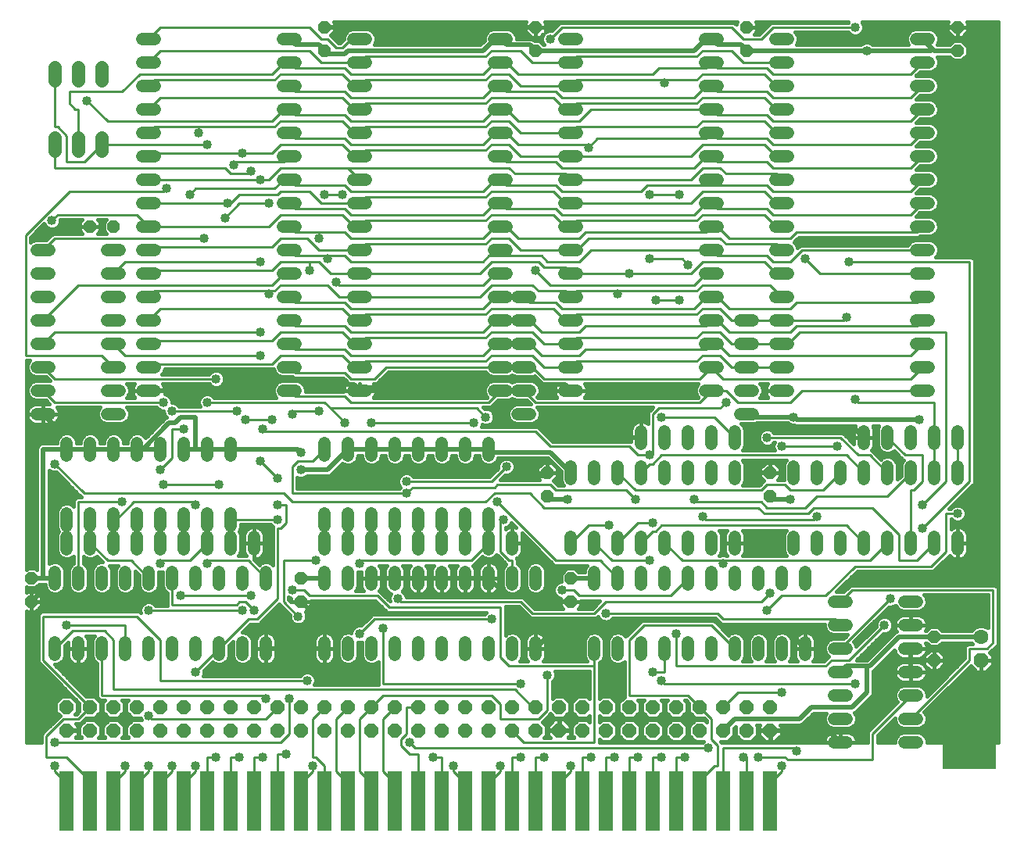
<source format=gtl>
G75*
%MOIN*%
%OFA0B0*%
%FSLAX24Y24*%
%IPPOS*%
%LPD*%
%AMOC8*
5,1,8,0,0,1.08239X$1,22.5*
%
%ADD10R,0.0600X0.2550*%
%ADD11OC8,0.0520*%
%ADD12OC8,0.0600*%
%ADD13C,0.0520*%
%ADD14C,0.0560*%
%ADD15OC8,0.0630*%
%ADD16C,0.0630*%
%ADD17R,0.2300X0.2300*%
%ADD18C,0.0100*%
%ADD19C,0.0400*%
%ADD20C,0.0200*%
%ADD21C,0.0160*%
D10*
X002680Y001940D03*
X003680Y001940D03*
X004680Y001940D03*
X005680Y001940D03*
X006680Y001940D03*
X007680Y001940D03*
X008680Y001940D03*
X009680Y001940D03*
X010680Y001940D03*
X011680Y001940D03*
X012680Y001940D03*
X013680Y001940D03*
X014680Y001940D03*
X015680Y001940D03*
X016680Y001940D03*
X017680Y001940D03*
X018680Y001940D03*
X019680Y001940D03*
X020680Y001940D03*
X021680Y001940D03*
X022680Y001940D03*
X023680Y001940D03*
X024680Y001940D03*
X025680Y001940D03*
X026680Y001940D03*
X027680Y001940D03*
X028680Y001940D03*
X029680Y001940D03*
X030680Y001940D03*
X031680Y001940D03*
X032680Y001940D03*
D11*
X039680Y007940D03*
X039680Y008940D03*
X032680Y014940D03*
X032680Y015940D03*
X024180Y011440D03*
X024180Y010440D03*
X023180Y014940D03*
X023180Y015940D03*
X012680Y011440D03*
X012680Y010440D03*
X001180Y010440D03*
X001180Y011440D03*
X003680Y026440D03*
X004680Y026440D03*
X013680Y033940D03*
X013680Y034940D03*
X022680Y034940D03*
X022680Y033940D03*
X031680Y033940D03*
X031680Y034940D03*
X040680Y034940D03*
X040680Y033940D03*
D12*
X032680Y005940D03*
X031680Y005940D03*
X031680Y004940D03*
X032680Y004940D03*
X030680Y004940D03*
X029680Y004940D03*
X028680Y004940D03*
X028680Y005940D03*
X029680Y005940D03*
X030680Y005940D03*
X027680Y005940D03*
X026680Y005940D03*
X025680Y005940D03*
X025680Y004940D03*
X026680Y004940D03*
X027680Y004940D03*
X024680Y004940D03*
X023680Y004940D03*
X022680Y004940D03*
X021680Y004940D03*
X021680Y005940D03*
X022680Y005940D03*
X023680Y005940D03*
X024680Y005940D03*
X020680Y005940D03*
X019680Y005940D03*
X018680Y005940D03*
X018680Y004940D03*
X019680Y004940D03*
X020680Y004940D03*
X017680Y004940D03*
X016680Y004940D03*
X015680Y004940D03*
X015680Y005940D03*
X016680Y005940D03*
X017680Y005940D03*
X014680Y005940D03*
X013680Y005940D03*
X012680Y005940D03*
X012680Y004940D03*
X013680Y004940D03*
X014680Y004940D03*
X011680Y004940D03*
X010680Y004940D03*
X009680Y004940D03*
X008680Y004940D03*
X008680Y005940D03*
X009680Y005940D03*
X010680Y005940D03*
X011680Y005940D03*
X007680Y005940D03*
X006680Y005940D03*
X005680Y005940D03*
X005680Y004940D03*
X006680Y004940D03*
X007680Y004940D03*
X004680Y004940D03*
X003680Y004940D03*
X002680Y004940D03*
X002680Y005940D03*
X003680Y005940D03*
X004680Y005940D03*
D13*
X004180Y008180D02*
X004180Y008700D01*
X003180Y008700D02*
X003180Y008180D01*
X002180Y008180D02*
X002180Y008700D01*
X005180Y008700D02*
X005180Y008180D01*
X006180Y008180D02*
X006180Y008700D01*
X007180Y008700D02*
X007180Y008180D01*
X008180Y008180D02*
X008180Y008700D01*
X009180Y008700D02*
X009180Y008180D01*
X010180Y008180D02*
X010180Y008700D01*
X011180Y008700D02*
X011180Y008180D01*
X013680Y008180D02*
X013680Y008700D01*
X014680Y008700D02*
X014680Y008180D01*
X015680Y008180D02*
X015680Y008700D01*
X016680Y008700D02*
X016680Y008180D01*
X017680Y008180D02*
X017680Y008700D01*
X018680Y008700D02*
X018680Y008180D01*
X019680Y008180D02*
X019680Y008700D01*
X020680Y008700D02*
X020680Y008180D01*
X021680Y008180D02*
X021680Y008700D01*
X022680Y008700D02*
X022680Y008180D01*
X025180Y008180D02*
X025180Y008700D01*
X026180Y008700D02*
X026180Y008180D01*
X027180Y008180D02*
X027180Y008700D01*
X028180Y008700D02*
X028180Y008180D01*
X029180Y008180D02*
X029180Y008700D01*
X030180Y008700D02*
X030180Y008180D01*
X031180Y008180D02*
X031180Y008700D01*
X032180Y008700D02*
X032180Y008180D01*
X033180Y008180D02*
X033180Y008700D01*
X034180Y008700D02*
X034180Y008180D01*
X035420Y008440D02*
X035940Y008440D01*
X035940Y007440D02*
X035420Y007440D01*
X035420Y006440D02*
X035940Y006440D01*
X035940Y005440D02*
X035420Y005440D01*
X035420Y004440D02*
X035940Y004440D01*
X038420Y004440D02*
X038940Y004440D01*
X038940Y005440D02*
X038420Y005440D01*
X038420Y006440D02*
X038940Y006440D01*
X038940Y007440D02*
X038420Y007440D01*
X038420Y008440D02*
X038940Y008440D01*
X038940Y009440D02*
X038420Y009440D01*
X038420Y010440D02*
X038940Y010440D01*
X038680Y012680D02*
X038680Y013200D01*
X039680Y013200D02*
X039680Y012680D01*
X040680Y012680D02*
X040680Y013200D01*
X040680Y015680D02*
X040680Y016200D01*
X039680Y016200D02*
X039680Y015680D01*
X038680Y015680D02*
X038680Y016200D01*
X038680Y017180D02*
X038680Y017700D01*
X039680Y017700D02*
X039680Y017180D01*
X040680Y017180D02*
X040680Y017700D01*
X039440Y019440D02*
X038920Y019440D01*
X038920Y020440D02*
X039440Y020440D01*
X039440Y021440D02*
X038920Y021440D01*
X038920Y022440D02*
X039440Y022440D01*
X039440Y023440D02*
X038920Y023440D01*
X038920Y024440D02*
X039440Y024440D01*
X039440Y025440D02*
X038920Y025440D01*
X038920Y026440D02*
X039440Y026440D01*
X039440Y027440D02*
X038920Y027440D01*
X038920Y028440D02*
X039440Y028440D01*
X039440Y029440D02*
X038920Y029440D01*
X038920Y030440D02*
X039440Y030440D01*
X039440Y031440D02*
X038920Y031440D01*
X038920Y032440D02*
X039440Y032440D01*
X039440Y033440D02*
X038920Y033440D01*
X038920Y034440D02*
X039440Y034440D01*
X033440Y034440D02*
X032920Y034440D01*
X032920Y033440D02*
X033440Y033440D01*
X033440Y032440D02*
X032920Y032440D01*
X032920Y031440D02*
X033440Y031440D01*
X033440Y030440D02*
X032920Y030440D01*
X032920Y029440D02*
X033440Y029440D01*
X033440Y028440D02*
X032920Y028440D01*
X032920Y027440D02*
X033440Y027440D01*
X033440Y026440D02*
X032920Y026440D01*
X032920Y025440D02*
X033440Y025440D01*
X033440Y024440D02*
X032920Y024440D01*
X032920Y023440D02*
X033440Y023440D01*
X033440Y022440D02*
X032920Y022440D01*
X031940Y022440D02*
X031420Y022440D01*
X030440Y022440D02*
X029920Y022440D01*
X029920Y021440D02*
X030440Y021440D01*
X031420Y021440D02*
X031940Y021440D01*
X032920Y021440D02*
X033440Y021440D01*
X033440Y020440D02*
X032920Y020440D01*
X031940Y020440D02*
X031420Y020440D01*
X030440Y020440D02*
X029920Y020440D01*
X029920Y019440D02*
X030440Y019440D01*
X031420Y019440D02*
X031940Y019440D01*
X032920Y019440D02*
X033440Y019440D01*
X031940Y018440D02*
X031420Y018440D01*
X031180Y017700D02*
X031180Y017180D01*
X030180Y017180D02*
X030180Y017700D01*
X029180Y017700D02*
X029180Y017180D01*
X029180Y016200D02*
X029180Y015680D01*
X030180Y015680D02*
X030180Y016200D01*
X031180Y016200D02*
X031180Y015680D01*
X033680Y015680D02*
X033680Y016200D01*
X034680Y016200D02*
X034680Y015680D01*
X035680Y015680D02*
X035680Y016200D01*
X036680Y016200D02*
X036680Y015680D01*
X037680Y015680D02*
X037680Y016200D01*
X037680Y017180D02*
X037680Y017700D01*
X036680Y017700D02*
X036680Y017180D01*
X036680Y013200D02*
X036680Y012680D01*
X035680Y012680D02*
X035680Y013200D01*
X034680Y013200D02*
X034680Y012680D01*
X033680Y012680D02*
X033680Y013200D01*
X033180Y011700D02*
X033180Y011180D01*
X032180Y011180D02*
X032180Y011700D01*
X031180Y011700D02*
X031180Y011180D01*
X030180Y011180D02*
X030180Y011700D01*
X029180Y011700D02*
X029180Y011180D01*
X028180Y011180D02*
X028180Y011700D01*
X027180Y011700D02*
X027180Y011180D01*
X026180Y011180D02*
X026180Y011700D01*
X025180Y011700D02*
X025180Y011180D01*
X025180Y012680D02*
X025180Y013200D01*
X026180Y013200D02*
X026180Y012680D01*
X027180Y012680D02*
X027180Y013200D01*
X028180Y013200D02*
X028180Y012680D01*
X029180Y012680D02*
X029180Y013200D01*
X030180Y013200D02*
X030180Y012680D01*
X031180Y012680D02*
X031180Y013200D01*
X034180Y011700D02*
X034180Y011180D01*
X035420Y010440D02*
X035940Y010440D01*
X035940Y009440D02*
X035420Y009440D01*
X037680Y012680D02*
X037680Y013200D01*
X028180Y015680D02*
X028180Y016200D01*
X027180Y016200D02*
X027180Y015680D01*
X026180Y015680D02*
X026180Y016200D01*
X025180Y016200D02*
X025180Y015680D01*
X024180Y015680D02*
X024180Y016200D01*
X022440Y018440D02*
X021920Y018440D01*
X021920Y019440D02*
X022440Y019440D01*
X021440Y019440D02*
X020920Y019440D01*
X020920Y020440D02*
X021440Y020440D01*
X021920Y020440D02*
X022440Y020440D01*
X022440Y021440D02*
X021920Y021440D01*
X021440Y021440D02*
X020920Y021440D01*
X020920Y022440D02*
X021440Y022440D01*
X021920Y022440D02*
X022440Y022440D01*
X022440Y023440D02*
X021920Y023440D01*
X021440Y023440D02*
X020920Y023440D01*
X020920Y024440D02*
X021440Y024440D01*
X021440Y025440D02*
X020920Y025440D01*
X020920Y026440D02*
X021440Y026440D01*
X021440Y027440D02*
X020920Y027440D01*
X020920Y028440D02*
X021440Y028440D01*
X021440Y029440D02*
X020920Y029440D01*
X020920Y030440D02*
X021440Y030440D01*
X021440Y031440D02*
X020920Y031440D01*
X020920Y032440D02*
X021440Y032440D01*
X021440Y033440D02*
X020920Y033440D01*
X020920Y034440D02*
X021440Y034440D01*
X023920Y034440D02*
X024440Y034440D01*
X024440Y033440D02*
X023920Y033440D01*
X023920Y032440D02*
X024440Y032440D01*
X024440Y031440D02*
X023920Y031440D01*
X023920Y030440D02*
X024440Y030440D01*
X024440Y029440D02*
X023920Y029440D01*
X023920Y028440D02*
X024440Y028440D01*
X024440Y027440D02*
X023920Y027440D01*
X023920Y026440D02*
X024440Y026440D01*
X024440Y025440D02*
X023920Y025440D01*
X023920Y024440D02*
X024440Y024440D01*
X024440Y023440D02*
X023920Y023440D01*
X023920Y022440D02*
X024440Y022440D01*
X024440Y021440D02*
X023920Y021440D01*
X023920Y020440D02*
X024440Y020440D01*
X024440Y019440D02*
X023920Y019440D01*
X027180Y017700D02*
X027180Y017180D01*
X028180Y017180D02*
X028180Y017700D01*
X024180Y013200D02*
X024180Y012680D01*
X022680Y011700D02*
X022680Y011180D01*
X021680Y011180D02*
X021680Y011700D01*
X021680Y012680D02*
X021680Y013200D01*
X020680Y013200D02*
X020680Y012680D01*
X019680Y012680D02*
X019680Y013200D01*
X019680Y013680D02*
X019680Y014200D01*
X018680Y014200D02*
X018680Y013680D01*
X018680Y013200D02*
X018680Y012680D01*
X018680Y011700D02*
X018680Y011180D01*
X019680Y011180D02*
X019680Y011700D01*
X020680Y011700D02*
X020680Y011180D01*
X020680Y013680D02*
X020680Y014200D01*
X020680Y016680D02*
X020680Y017200D01*
X019680Y017200D02*
X019680Y016680D01*
X018680Y016680D02*
X018680Y017200D01*
X017680Y017200D02*
X017680Y016680D01*
X016680Y016680D02*
X016680Y017200D01*
X015680Y017200D02*
X015680Y016680D01*
X014680Y016680D02*
X014680Y017200D01*
X013680Y017200D02*
X013680Y016680D01*
X013680Y014200D02*
X013680Y013680D01*
X013680Y013200D02*
X013680Y012680D01*
X014680Y012680D02*
X014680Y013200D01*
X014680Y013680D02*
X014680Y014200D01*
X015680Y014200D02*
X015680Y013680D01*
X015680Y013200D02*
X015680Y012680D01*
X016680Y012680D02*
X016680Y013200D01*
X016680Y013680D02*
X016680Y014200D01*
X017680Y014200D02*
X017680Y013680D01*
X017680Y013200D02*
X017680Y012680D01*
X017680Y011700D02*
X017680Y011180D01*
X016680Y011180D02*
X016680Y011700D01*
X015680Y011700D02*
X015680Y011180D01*
X014680Y011180D02*
X014680Y011700D01*
X013680Y011700D02*
X013680Y011180D01*
X011180Y011180D02*
X011180Y011700D01*
X010180Y011700D02*
X010180Y011180D01*
X009180Y011180D02*
X009180Y011700D01*
X008180Y011700D02*
X008180Y011180D01*
X007180Y011180D02*
X007180Y011700D01*
X006180Y011700D02*
X006180Y011180D01*
X005180Y011180D02*
X005180Y011700D01*
X004180Y011700D02*
X004180Y011180D01*
X003180Y011180D02*
X003180Y011700D01*
X002180Y011700D02*
X002180Y011180D01*
X002680Y012680D02*
X002680Y013200D01*
X002680Y013680D02*
X002680Y014200D01*
X003680Y014200D02*
X003680Y013680D01*
X003680Y013200D02*
X003680Y012680D01*
X004680Y012680D02*
X004680Y013200D01*
X004680Y013680D02*
X004680Y014200D01*
X005680Y014200D02*
X005680Y013680D01*
X005680Y013200D02*
X005680Y012680D01*
X006680Y012680D02*
X006680Y013200D01*
X006680Y013680D02*
X006680Y014200D01*
X007680Y014200D02*
X007680Y013680D01*
X007680Y013200D02*
X007680Y012680D01*
X008680Y012680D02*
X008680Y013200D01*
X008680Y013680D02*
X008680Y014200D01*
X009680Y014200D02*
X009680Y013680D01*
X009680Y013200D02*
X009680Y012680D01*
X010680Y012680D02*
X010680Y013200D01*
X009680Y016680D02*
X009680Y017200D01*
X008680Y017200D02*
X008680Y016680D01*
X007680Y016680D02*
X007680Y017200D01*
X006680Y017200D02*
X006680Y016680D01*
X005680Y016680D02*
X005680Y017200D01*
X004680Y017200D02*
X004680Y016680D01*
X003680Y016680D02*
X003680Y017200D01*
X002680Y017200D02*
X002680Y016680D01*
X001940Y018440D02*
X001420Y018440D01*
X001420Y019440D02*
X001940Y019440D01*
X001940Y020440D02*
X001420Y020440D01*
X001420Y021440D02*
X001940Y021440D01*
X001940Y022440D02*
X001420Y022440D01*
X001420Y023440D02*
X001940Y023440D01*
X001940Y024440D02*
X001420Y024440D01*
X001420Y025440D02*
X001940Y025440D01*
X004420Y025440D02*
X004940Y025440D01*
X005920Y025440D02*
X006440Y025440D01*
X006440Y024440D02*
X005920Y024440D01*
X004940Y024440D02*
X004420Y024440D01*
X004420Y023440D02*
X004940Y023440D01*
X005920Y023440D02*
X006440Y023440D01*
X006440Y022440D02*
X005920Y022440D01*
X004940Y022440D02*
X004420Y022440D01*
X004420Y021440D02*
X004940Y021440D01*
X005920Y021440D02*
X006440Y021440D01*
X006440Y020440D02*
X005920Y020440D01*
X004940Y020440D02*
X004420Y020440D01*
X004420Y019440D02*
X004940Y019440D01*
X005920Y019440D02*
X006440Y019440D01*
X004940Y018440D02*
X004420Y018440D01*
X011920Y019440D02*
X012440Y019440D01*
X012440Y020440D02*
X011920Y020440D01*
X011920Y021440D02*
X012440Y021440D01*
X012440Y022440D02*
X011920Y022440D01*
X011920Y023440D02*
X012440Y023440D01*
X012440Y024440D02*
X011920Y024440D01*
X011920Y025440D02*
X012440Y025440D01*
X012440Y026440D02*
X011920Y026440D01*
X011920Y027440D02*
X012440Y027440D01*
X012440Y028440D02*
X011920Y028440D01*
X011920Y029440D02*
X012440Y029440D01*
X012440Y030440D02*
X011920Y030440D01*
X011920Y031440D02*
X012440Y031440D01*
X012440Y032440D02*
X011920Y032440D01*
X011920Y033440D02*
X012440Y033440D01*
X012440Y034440D02*
X011920Y034440D01*
X014920Y034440D02*
X015440Y034440D01*
X015440Y033440D02*
X014920Y033440D01*
X014920Y032440D02*
X015440Y032440D01*
X015440Y031440D02*
X014920Y031440D01*
X014920Y030440D02*
X015440Y030440D01*
X015440Y029440D02*
X014920Y029440D01*
X014920Y028440D02*
X015440Y028440D01*
X015440Y027440D02*
X014920Y027440D01*
X014920Y026440D02*
X015440Y026440D01*
X015440Y025440D02*
X014920Y025440D01*
X014920Y024440D02*
X015440Y024440D01*
X015440Y023440D02*
X014920Y023440D01*
X014920Y022440D02*
X015440Y022440D01*
X015440Y021440D02*
X014920Y021440D01*
X014920Y020440D02*
X015440Y020440D01*
X015440Y019440D02*
X014920Y019440D01*
X006440Y026440D02*
X005920Y026440D01*
X005920Y027440D02*
X006440Y027440D01*
X006440Y028440D02*
X005920Y028440D01*
X005920Y029440D02*
X006440Y029440D01*
X006440Y030440D02*
X005920Y030440D01*
X005920Y031440D02*
X006440Y031440D01*
X006440Y032440D02*
X005920Y032440D01*
X005920Y033440D02*
X006440Y033440D01*
X006440Y034440D02*
X005920Y034440D01*
X029920Y034440D02*
X030440Y034440D01*
X030440Y033440D02*
X029920Y033440D01*
X029920Y032440D02*
X030440Y032440D01*
X030440Y031440D02*
X029920Y031440D01*
X029920Y030440D02*
X030440Y030440D01*
X030440Y029440D02*
X029920Y029440D01*
X029920Y028440D02*
X030440Y028440D01*
X030440Y027440D02*
X029920Y027440D01*
X029920Y026440D02*
X030440Y026440D01*
X030440Y025440D02*
X029920Y025440D01*
X029920Y024440D02*
X030440Y024440D01*
X030440Y023440D02*
X029920Y023440D01*
D14*
X004180Y029660D02*
X004180Y030220D01*
X003180Y030220D02*
X003180Y029660D01*
X002180Y029660D02*
X002180Y030220D01*
X002180Y032660D02*
X002180Y033220D01*
X003180Y033220D02*
X003180Y032660D01*
X004180Y032660D02*
X004180Y033220D01*
D15*
X041680Y007940D03*
D16*
X041680Y008940D03*
D17*
X041180Y004440D03*
X041180Y026690D03*
D18*
X041180Y024940D02*
X036055Y024940D01*
X034805Y024440D02*
X039180Y024440D01*
X039180Y023440D02*
X038930Y023190D01*
X033805Y023190D01*
X033555Y022940D01*
X030930Y022940D01*
X030430Y023440D01*
X030180Y023440D01*
X029930Y023440D01*
X029430Y022940D01*
X023805Y022940D01*
X023555Y023190D01*
X022430Y023190D01*
X022180Y023440D01*
X021180Y023440D01*
X020930Y023440D01*
X020430Y022940D01*
X014805Y022940D01*
X014555Y023190D01*
X012430Y023190D01*
X012180Y023440D01*
X011805Y023940D02*
X013805Y023940D01*
X014305Y023440D01*
X015180Y023440D01*
X020305Y023440D01*
X020805Y023940D01*
X022555Y023940D01*
X022805Y023690D01*
X023930Y023690D01*
X024180Y023440D01*
X024430Y023690D01*
X026180Y023690D01*
X026180Y023565D01*
X026180Y023690D02*
X029555Y023690D01*
X029805Y023940D01*
X032680Y023940D01*
X033180Y023440D01*
X033180Y022440D02*
X031680Y022440D01*
X031055Y022440D01*
X030555Y022940D01*
X029805Y022940D01*
X029555Y022690D01*
X024430Y022690D01*
X024180Y022440D01*
X023930Y022440D01*
X023430Y022940D01*
X020805Y022940D01*
X020555Y022690D01*
X015430Y022690D01*
X015180Y022440D01*
X014930Y022440D01*
X014430Y022940D01*
X006680Y022940D01*
X006180Y022440D01*
X006305Y021565D02*
X011430Y021565D01*
X011805Y021940D01*
X014430Y021940D01*
X014930Y021440D01*
X015180Y021440D01*
X015430Y021690D01*
X020555Y021690D01*
X020805Y021940D01*
X022555Y021940D01*
X023055Y021440D01*
X024180Y021440D01*
X024430Y021690D01*
X029555Y021690D01*
X029805Y021940D01*
X030555Y021940D01*
X031055Y021440D01*
X031680Y021440D01*
X033180Y021440D01*
X033430Y021440D01*
X033930Y021940D01*
X040180Y021940D01*
X040180Y015565D01*
X039180Y014565D01*
X038805Y015190D02*
X039180Y015565D01*
X039180Y016690D01*
X038430Y016690D01*
X037680Y017440D01*
X036930Y016690D02*
X036430Y016690D01*
X035680Y017440D01*
X032555Y017440D01*
X033180Y017065D02*
X035555Y017065D01*
X035930Y016690D02*
X036680Y015940D01*
X036930Y016690D02*
X037680Y015940D01*
X038680Y015940D02*
X037680Y014940D01*
X034680Y014940D01*
X034180Y014440D01*
X032555Y014440D01*
X032305Y014690D01*
X029555Y014690D01*
X029430Y014815D01*
X029805Y014065D02*
X029930Y013940D01*
X034555Y013940D01*
X034680Y014065D01*
X034555Y014440D02*
X034305Y014190D01*
X032430Y014190D01*
X032180Y014440D01*
X023055Y014440D01*
X022430Y015065D01*
X020930Y015065D01*
X020555Y014690D01*
X012305Y014690D01*
X011930Y015065D01*
X003430Y015065D01*
X002180Y016315D01*
X003180Y014690D02*
X005055Y014690D01*
X005555Y014690D02*
X004805Y013940D01*
X004680Y013940D01*
X004680Y012940D01*
X004430Y012190D02*
X003680Y012940D01*
X003680Y013940D01*
X003180Y014690D02*
X003180Y011440D01*
X004430Y012190D02*
X005430Y012190D01*
X006180Y011440D01*
X006680Y012065D02*
X006805Y012190D01*
X007930Y012190D01*
X008680Y012940D01*
X008680Y013940D01*
X008180Y014565D02*
X008055Y014690D01*
X005555Y014690D01*
X005680Y013940D02*
X005680Y012940D01*
X006680Y012940D02*
X006680Y013940D01*
X007680Y013940D02*
X007680Y012940D01*
X008680Y012065D02*
X008805Y012190D01*
X010430Y012190D01*
X011180Y011440D01*
X010555Y010690D02*
X007555Y010690D01*
X007180Y010315D02*
X009930Y010315D01*
X010055Y010440D01*
X010305Y010440D01*
X010680Y010065D01*
X010805Y009690D02*
X011680Y010565D01*
X011680Y013565D01*
X011805Y013565D01*
X012055Y013815D01*
X012055Y014565D01*
X011680Y014565D01*
X011680Y013940D02*
X009680Y013940D01*
X009680Y012940D01*
X011930Y012190D02*
X013305Y012190D01*
X013680Y012940D02*
X013680Y013940D01*
X014680Y013940D02*
X014680Y012940D01*
X015305Y012190D02*
X019930Y012190D01*
X020680Y012940D01*
X020680Y013940D01*
X021180Y013940D02*
X021305Y013940D01*
X021180Y013940D02*
X021180Y012565D01*
X021555Y012190D01*
X021680Y012190D01*
X021680Y011440D01*
X022055Y010440D02*
X022555Y009940D01*
X025180Y009940D01*
X025680Y010440D01*
X032305Y010440D01*
X032680Y010815D01*
X033180Y010690D02*
X035055Y010690D01*
X036305Y011940D01*
X039555Y011940D01*
X040180Y012565D01*
X040180Y014190D01*
X040680Y014190D01*
X041180Y015565D02*
X039180Y013565D01*
X038680Y012940D02*
X038680Y015190D01*
X038805Y015190D01*
X039680Y015940D02*
X039680Y017440D01*
X039680Y018940D01*
X036430Y018940D01*
X036305Y019065D01*
X034055Y019440D02*
X033555Y018940D01*
X031305Y018940D01*
X030805Y019440D01*
X030180Y019440D01*
X029680Y018940D01*
X022680Y018940D01*
X022180Y019440D01*
X021180Y019440D01*
X020680Y018940D01*
X014805Y018940D01*
X014555Y019190D01*
X012430Y019190D01*
X012180Y019440D01*
X012430Y020190D02*
X014555Y020190D01*
X014805Y019940D01*
X015805Y019940D01*
X016305Y020440D01*
X021180Y020440D01*
X022180Y020440D01*
X022555Y020440D01*
X023055Y019940D01*
X029680Y019940D01*
X030180Y020440D01*
X030680Y019940D01*
X038680Y019940D01*
X039180Y020440D01*
X038680Y020940D02*
X030930Y020940D01*
X030430Y021440D01*
X030180Y021440D01*
X029930Y021190D01*
X024805Y021190D01*
X024555Y020940D01*
X022930Y020940D01*
X022430Y021440D01*
X022180Y021440D01*
X021180Y021440D01*
X020930Y021440D01*
X020430Y020940D01*
X014805Y020940D01*
X014555Y021190D01*
X012430Y021190D01*
X012180Y021440D01*
X011805Y020940D02*
X014430Y020940D01*
X014930Y020440D01*
X015180Y020440D01*
X015430Y020690D01*
X020555Y020690D01*
X020805Y020940D01*
X022555Y020940D01*
X023055Y020440D01*
X024180Y020440D01*
X024430Y020690D01*
X029555Y020690D01*
X029805Y020940D01*
X030555Y020940D01*
X031055Y020440D01*
X031680Y020440D01*
X033180Y020440D01*
X034055Y019440D02*
X039180Y019440D01*
X038680Y020940D02*
X039180Y021440D01*
X038930Y022190D02*
X033805Y022190D01*
X033555Y021940D01*
X030930Y021940D01*
X030430Y022440D01*
X030180Y022440D01*
X029930Y022190D01*
X024805Y022190D01*
X024555Y021940D01*
X022930Y021940D01*
X022430Y022440D01*
X022180Y022440D01*
X021180Y022440D01*
X020930Y022440D01*
X020430Y021940D01*
X014805Y021940D01*
X014555Y022190D01*
X012430Y022190D01*
X012180Y022440D01*
X010930Y021940D02*
X002180Y021940D01*
X001680Y021440D01*
X000930Y020940D02*
X004180Y020940D01*
X004680Y020440D01*
X005180Y020940D02*
X010930Y020940D01*
X011430Y020565D02*
X011805Y020940D01*
X011430Y020565D02*
X006305Y020565D01*
X006180Y020440D01*
X006180Y021440D02*
X006305Y021565D01*
X005180Y020940D02*
X004680Y021440D01*
X006180Y023440D02*
X006430Y023690D01*
X011305Y023690D01*
X011305Y023565D01*
X011305Y023690D02*
X011555Y023690D01*
X011805Y023940D01*
X011430Y023940D02*
X011930Y024440D01*
X012180Y024440D01*
X011805Y024940D02*
X013055Y024940D01*
X013055Y024565D01*
X013055Y024940D02*
X013430Y024940D01*
X013930Y024440D01*
X015180Y024440D01*
X020305Y024440D01*
X020805Y024940D01*
X022805Y024940D01*
X023055Y024690D01*
X023930Y024690D01*
X024180Y024440D01*
X026680Y024440D01*
X029305Y024440D01*
X029805Y024940D01*
X032430Y024940D01*
X032930Y024440D01*
X033180Y024440D01*
X033555Y024940D02*
X032805Y024940D01*
X032555Y025190D01*
X030430Y025190D01*
X030180Y025440D01*
X025055Y025440D01*
X024555Y024940D01*
X023180Y024940D01*
X022930Y025190D01*
X020680Y025190D01*
X020430Y024940D01*
X014805Y024940D01*
X014555Y025190D01*
X013805Y025190D01*
X013805Y025065D01*
X013805Y025190D02*
X012430Y025190D01*
X012180Y025440D01*
X011805Y024940D02*
X011430Y024565D01*
X006305Y024565D01*
X006180Y024440D01*
X006180Y025440D02*
X006305Y025565D01*
X011430Y025565D01*
X011805Y025940D01*
X012930Y025940D01*
X013430Y025440D01*
X015180Y025440D01*
X015430Y025690D01*
X020555Y025690D01*
X020805Y025940D01*
X021555Y025940D01*
X022055Y025440D01*
X024180Y025440D01*
X024430Y025440D01*
X024930Y025940D01*
X030555Y025940D01*
X030805Y025690D01*
X032930Y025690D01*
X033180Y025440D01*
X033555Y024940D02*
X034055Y025440D01*
X039180Y025440D01*
X038930Y026190D02*
X033805Y026190D01*
X033555Y025940D01*
X030930Y025940D01*
X030430Y026440D01*
X030180Y026440D01*
X029930Y026190D01*
X024805Y026190D01*
X024555Y025940D01*
X021930Y025940D01*
X021430Y026440D01*
X021180Y026440D01*
X020930Y026440D01*
X020430Y025940D01*
X014805Y025940D01*
X014555Y026190D01*
X013430Y026190D01*
X013430Y025940D01*
X013430Y026190D02*
X012430Y026190D01*
X012180Y026440D01*
X011805Y026940D02*
X014430Y026940D01*
X014930Y026440D01*
X015180Y026440D01*
X015430Y026690D01*
X020555Y026690D01*
X020805Y026940D01*
X023430Y026940D01*
X023930Y026440D01*
X024180Y026440D01*
X024430Y026690D01*
X029555Y026690D01*
X029805Y026940D01*
X032430Y026940D01*
X032930Y026440D01*
X033180Y026440D01*
X032805Y026940D02*
X038680Y026940D01*
X039180Y027440D01*
X038680Y027940D02*
X039180Y028440D01*
X038680Y027940D02*
X032805Y027940D01*
X032555Y028190D01*
X030430Y028190D01*
X030180Y028440D01*
X030430Y028190D02*
X027430Y028190D01*
X027180Y027940D01*
X023805Y027940D01*
X023555Y028190D01*
X021430Y028190D01*
X021180Y028440D01*
X020930Y028440D01*
X020430Y027940D01*
X014805Y027940D01*
X014555Y028190D01*
X012430Y028190D01*
X012180Y028440D01*
X011930Y028440D01*
X011555Y028065D01*
X008180Y028065D01*
X007930Y027815D01*
X006930Y028065D02*
X006805Y027940D01*
X002805Y027940D01*
X000930Y026065D01*
X000930Y020940D01*
X001680Y020440D02*
X002180Y019940D01*
X009055Y019940D01*
X008680Y018940D02*
X013680Y018940D01*
X013930Y018690D01*
X020180Y018690D01*
X020555Y018315D01*
X020055Y018065D02*
X015680Y018065D01*
X014555Y018065D02*
X013930Y018690D01*
X013430Y018565D02*
X012430Y018565D01*
X012305Y018440D01*
X011430Y018190D02*
X010305Y018190D01*
X009930Y018565D02*
X007180Y018565D01*
X006805Y018940D02*
X002180Y018940D01*
X001680Y019440D01*
X001680Y022440D02*
X003180Y023940D01*
X011430Y023940D01*
X010930Y024940D02*
X005180Y024940D01*
X004680Y024440D01*
X002180Y025940D02*
X008555Y025940D01*
X009430Y026815D02*
X010055Y027440D01*
X011305Y027440D01*
X011680Y027815D02*
X011805Y027940D01*
X013055Y027940D01*
X013555Y027440D01*
X015180Y027440D01*
X015430Y027690D01*
X020555Y027690D01*
X020805Y027940D01*
X023430Y027940D01*
X023930Y027440D01*
X024180Y027440D01*
X029305Y027440D01*
X029805Y027940D01*
X032430Y027940D01*
X032930Y027440D01*
X033180Y027440D01*
X032805Y026940D02*
X032555Y027190D01*
X030430Y027190D01*
X030180Y027440D01*
X029930Y027440D01*
X029430Y026940D01*
X023805Y026940D01*
X023555Y027190D01*
X021430Y027190D01*
X021180Y027440D01*
X020930Y027440D01*
X020430Y026940D01*
X014805Y026940D01*
X014555Y027190D01*
X012430Y027190D01*
X012180Y027440D01*
X011805Y026940D02*
X011305Y026440D01*
X006180Y026440D01*
X005680Y026940D01*
X002305Y026940D01*
X002055Y026690D01*
X002180Y025940D02*
X001680Y025440D01*
X002180Y028940D02*
X009430Y028940D01*
X009680Y028690D01*
X010430Y028690D01*
X010555Y028815D01*
X010930Y028440D02*
X006180Y028440D01*
X006180Y027440D02*
X009555Y027440D01*
X009680Y027440D01*
X010055Y027815D01*
X011680Y027815D01*
X011305Y028440D02*
X010930Y028440D01*
X011305Y028440D02*
X011805Y028940D01*
X014680Y028940D01*
X021555Y028940D01*
X021805Y028690D01*
X023930Y028690D01*
X024180Y028440D01*
X029305Y028440D01*
X029805Y028940D01*
X030555Y028940D01*
X030805Y028690D01*
X032930Y028690D01*
X033180Y028440D01*
X032805Y028940D02*
X038680Y028940D01*
X039180Y029440D01*
X038680Y029940D02*
X039180Y030440D01*
X038680Y029940D02*
X032805Y029940D01*
X032555Y030190D01*
X030430Y030190D01*
X030180Y030440D01*
X029930Y030190D01*
X025305Y030190D01*
X024930Y029815D01*
X024805Y029940D01*
X021930Y029940D01*
X021430Y030440D01*
X021180Y030440D01*
X020930Y030440D01*
X020430Y029940D01*
X014805Y029940D01*
X014555Y030190D01*
X012430Y030190D01*
X012180Y030440D01*
X011805Y029940D02*
X014430Y029940D01*
X014930Y029440D01*
X015180Y029440D01*
X015430Y029690D01*
X020555Y029690D01*
X020805Y029940D01*
X021555Y029940D01*
X022055Y029440D01*
X024180Y029440D01*
X029305Y029440D01*
X029805Y029940D01*
X032430Y029940D01*
X032930Y029440D01*
X033180Y029440D01*
X032805Y028940D02*
X032555Y029190D01*
X030430Y029190D01*
X030180Y029440D01*
X029930Y029440D01*
X029430Y028940D01*
X023805Y028940D01*
X023555Y029190D01*
X021430Y029190D01*
X021180Y029440D01*
X022055Y030440D02*
X024180Y030440D01*
X024430Y030690D01*
X029555Y030690D01*
X029805Y030940D01*
X032430Y030940D01*
X032930Y030440D01*
X033180Y030440D01*
X032805Y030940D02*
X038680Y030940D01*
X039180Y031440D01*
X038680Y031940D02*
X039180Y032440D01*
X038680Y032940D02*
X039180Y033440D01*
X038680Y032940D02*
X032805Y032940D01*
X032555Y033190D01*
X030430Y033190D01*
X030180Y033440D01*
X029930Y033190D01*
X027930Y033190D01*
X027680Y032940D01*
X021930Y032940D01*
X021430Y033440D01*
X021180Y033440D01*
X020930Y033440D01*
X020430Y032940D01*
X014805Y032940D01*
X014555Y033190D01*
X012430Y033190D01*
X012180Y033440D01*
X011930Y033440D01*
X011430Y032940D01*
X005805Y032940D01*
X005055Y032190D01*
X002805Y032190D01*
X002805Y031690D01*
X003055Y031440D01*
X003180Y031440D01*
X003180Y029940D01*
X002680Y030315D02*
X002680Y029190D01*
X003430Y029190D01*
X004180Y029940D01*
X008680Y029940D01*
X008305Y030440D02*
X008305Y030690D01*
X006430Y030690D01*
X006180Y030440D01*
X006305Y029565D02*
X010180Y029565D01*
X011430Y029565D01*
X011805Y029940D01*
X012180Y029440D02*
X011930Y029190D01*
X009930Y029190D01*
X009805Y029065D01*
X008305Y030690D02*
X011555Y030690D01*
X011805Y030940D01*
X014430Y030940D01*
X014930Y030440D01*
X015180Y030440D01*
X015430Y030690D01*
X020555Y030690D01*
X020805Y030940D01*
X021555Y030940D01*
X022055Y030440D01*
X021930Y030940D02*
X021430Y031440D01*
X021180Y031440D01*
X020930Y031440D01*
X020430Y030940D01*
X014805Y030940D01*
X014555Y031190D01*
X012430Y031190D01*
X012180Y031440D01*
X011930Y031440D01*
X011430Y030940D01*
X004430Y030940D01*
X003555Y031815D01*
X002305Y030690D02*
X002680Y030315D01*
X002305Y030690D02*
X002180Y030690D01*
X002180Y032940D01*
X002180Y029940D02*
X002180Y028940D01*
X006180Y029440D02*
X006305Y029565D01*
X006180Y031440D02*
X006680Y031940D01*
X014430Y031940D01*
X014930Y031440D01*
X015180Y031440D01*
X015430Y031690D01*
X020555Y031690D01*
X020805Y031940D01*
X023430Y031940D01*
X023930Y031440D01*
X024180Y031440D01*
X024430Y031690D01*
X029555Y031690D01*
X029805Y031940D01*
X032430Y031940D01*
X032930Y031440D01*
X033180Y031440D01*
X032805Y030940D02*
X032555Y031190D01*
X030430Y031190D01*
X030180Y031440D01*
X025055Y031440D01*
X024555Y030940D01*
X021930Y030940D01*
X020930Y032440D02*
X020430Y031940D01*
X014805Y031940D01*
X014555Y032190D01*
X012430Y032190D01*
X012180Y032440D01*
X011805Y032940D02*
X014430Y032940D01*
X014930Y032440D01*
X015180Y032440D01*
X015430Y032690D01*
X020555Y032690D01*
X020805Y032940D01*
X021555Y032940D01*
X022055Y032440D01*
X024180Y032440D01*
X024430Y032690D01*
X028180Y032690D01*
X028180Y032565D01*
X028180Y032690D02*
X029555Y032690D01*
X029805Y032940D01*
X032430Y032940D01*
X032930Y032440D01*
X033180Y032440D01*
X032805Y031940D02*
X032555Y032190D01*
X030430Y032190D01*
X030180Y032440D01*
X029930Y032440D01*
X029430Y031940D01*
X023805Y031940D01*
X023555Y032190D01*
X021430Y032190D01*
X021180Y032440D01*
X020930Y032440D01*
X020555Y033690D02*
X020805Y033940D01*
X022055Y033940D01*
X022555Y033440D01*
X024180Y033440D01*
X024430Y033690D01*
X029555Y033690D01*
X029805Y033940D01*
X031055Y033940D01*
X031555Y033440D01*
X033180Y033440D01*
X032305Y034440D02*
X032805Y034940D01*
X036305Y034940D01*
X038680Y031940D02*
X032805Y031940D01*
X032305Y034440D02*
X031555Y034440D01*
X031055Y034940D01*
X023805Y034940D01*
X023305Y034440D01*
X020555Y033690D02*
X015430Y033690D01*
X015180Y033440D01*
X013555Y033440D01*
X013055Y033940D01*
X006680Y033940D01*
X006180Y033440D01*
X006430Y032690D02*
X011555Y032690D01*
X011805Y032940D01*
X013555Y034440D02*
X013805Y034440D01*
X014180Y034065D01*
X014430Y034065D01*
X014805Y034440D01*
X015180Y034440D01*
X013555Y034440D02*
X013055Y034940D01*
X006680Y034940D01*
X006180Y034440D01*
X006430Y032690D02*
X006180Y032440D01*
X013680Y027815D02*
X014430Y027815D01*
X015180Y028440D02*
X014680Y028940D01*
X014180Y024065D02*
X014305Y023940D01*
X020430Y023940D01*
X020930Y024440D01*
X021180Y024440D01*
X020680Y025190D02*
X020930Y025440D01*
X021180Y025440D01*
X022680Y024565D02*
X023305Y023940D01*
X029430Y023940D01*
X029930Y024440D01*
X030180Y024440D01*
X029180Y024815D02*
X028930Y025065D01*
X027555Y025065D01*
X027805Y023315D02*
X028805Y023315D01*
X033180Y022440D02*
X035805Y022440D01*
X035930Y022565D01*
X034805Y024440D02*
X034180Y025065D01*
X038930Y026190D02*
X039180Y026440D01*
X041180Y024940D02*
X041180Y015565D01*
X040680Y015940D02*
X040680Y017440D01*
X037055Y014440D02*
X038180Y013315D01*
X038180Y012190D01*
X038930Y012190D01*
X039680Y012940D01*
X037680Y012940D02*
X036930Y012190D01*
X030680Y012190D01*
X030680Y012065D01*
X030680Y012190D02*
X028930Y012190D01*
X028180Y012940D01*
X027805Y013440D02*
X027680Y013440D01*
X027180Y012940D01*
X027805Y013440D02*
X028055Y013690D01*
X035930Y013690D01*
X036680Y012940D01*
X037055Y014440D02*
X034555Y014440D01*
X034930Y015190D02*
X033555Y015190D01*
X033305Y015440D01*
X032555Y015440D01*
X032305Y015190D01*
X026930Y015190D01*
X026180Y015940D01*
X026555Y015190D02*
X023555Y015190D01*
X023305Y015440D01*
X021055Y015440D01*
X020930Y015315D01*
X017430Y015315D01*
X017180Y015065D01*
X012305Y015065D01*
X012305Y016190D01*
X012555Y016440D01*
X013180Y016440D01*
X013680Y016940D01*
X011680Y015690D02*
X010930Y016440D01*
X011180Y017690D02*
X022680Y017690D01*
X023305Y017065D01*
X026680Y017065D01*
X027055Y016690D01*
X027555Y016690D01*
X027680Y016690D01*
X027680Y018440D01*
X027930Y018690D01*
X030555Y018690D01*
X030805Y018940D01*
X030305Y018315D02*
X028055Y018315D01*
X028055Y016690D02*
X035930Y016690D01*
X035680Y015940D02*
X034930Y015190D01*
X031180Y017440D02*
X030305Y018315D01*
X028055Y016690D02*
X027680Y016315D01*
X027555Y016315D01*
X027180Y015940D01*
X026555Y015190D02*
X026930Y014815D01*
X027055Y013815D02*
X027680Y013815D01*
X027055Y013815D02*
X026180Y012940D01*
X025930Y012190D02*
X027555Y012190D01*
X026180Y011440D02*
X025430Y012190D01*
X023555Y012190D01*
X021055Y014690D01*
X020805Y015565D02*
X017180Y015565D01*
X016680Y013940D02*
X016680Y012940D01*
X015680Y012940D02*
X015680Y013940D01*
X017680Y013940D02*
X017680Y012940D01*
X018680Y012940D02*
X018680Y013940D01*
X019680Y013940D02*
X019680Y012940D01*
X020805Y015565D02*
X021430Y016190D01*
X024180Y012940D02*
X024930Y013690D01*
X025805Y013690D01*
X025180Y012940D02*
X025930Y012190D01*
X024555Y010690D02*
X024305Y010940D01*
X023805Y010940D01*
X024555Y010690D02*
X028430Y010690D01*
X029180Y011440D01*
X030430Y009940D02*
X025680Y009940D01*
X026680Y008815D02*
X026680Y006440D01*
X029180Y006440D01*
X029680Y005940D01*
X030180Y005440D01*
X030180Y004565D01*
X030430Y004315D01*
X030430Y003440D01*
X030305Y003440D01*
X029680Y002815D01*
X029680Y001940D01*
X028680Y001940D02*
X028680Y003815D01*
X029055Y003815D01*
X030055Y004190D02*
X017555Y004190D01*
X017305Y004440D01*
X017180Y004815D02*
X016930Y004565D01*
X016930Y004315D01*
X017305Y003940D01*
X017680Y003940D01*
X017680Y001940D01*
X016680Y001940D02*
X016680Y002690D01*
X016180Y003190D01*
X016180Y005440D01*
X016680Y005940D01*
X017180Y005940D02*
X017680Y005940D01*
X017180Y005940D02*
X017180Y004815D01*
X018305Y003815D02*
X018680Y003815D01*
X018680Y001940D01*
X019680Y001940D02*
X019680Y002690D01*
X019180Y003190D01*
X019180Y003440D01*
X020680Y002690D02*
X020680Y001940D01*
X020680Y002690D02*
X021180Y003190D01*
X021180Y003440D01*
X021680Y003815D02*
X022055Y003815D01*
X021680Y003815D02*
X021680Y001940D01*
X022680Y001940D02*
X022680Y003815D01*
X023055Y003815D01*
X022180Y004440D02*
X021680Y004940D01*
X022180Y004440D02*
X025180Y004440D01*
X025180Y007690D01*
X021555Y007690D01*
X021180Y008065D01*
X021180Y010190D01*
X016430Y010190D01*
X015930Y010690D01*
X013055Y010690D01*
X012805Y010940D01*
X012305Y010940D01*
X011930Y010440D02*
X011930Y012190D01*
X011930Y010440D02*
X012555Y009815D01*
X010805Y009690D02*
X010430Y009690D01*
X009180Y008440D01*
X008180Y007440D01*
X006680Y007065D02*
X012930Y007065D01*
X012180Y006315D02*
X012180Y004815D01*
X011805Y004440D01*
X002180Y004440D01*
X001805Y004690D02*
X001805Y003815D01*
X002680Y003815D01*
X003680Y002815D01*
X003680Y001940D01*
X002680Y001940D02*
X002680Y002690D01*
X002180Y003190D01*
X002180Y003440D01*
X001805Y004690D02*
X002555Y005440D01*
X003180Y005440D01*
X003680Y005940D01*
X001680Y007940D01*
X001680Y009815D01*
X005680Y009815D01*
X006680Y008815D01*
X006680Y007065D01*
X006180Y005565D02*
X006305Y005440D01*
X011180Y005440D01*
X011680Y005940D01*
X011180Y006315D02*
X011055Y006440D01*
X004180Y006440D01*
X004180Y008440D01*
X004680Y008815D02*
X004680Y006690D01*
X021805Y006690D01*
X022555Y005940D01*
X022680Y005940D01*
X023180Y005815D02*
X022805Y005440D01*
X021180Y005440D01*
X021180Y006065D01*
X020805Y006440D01*
X016180Y006440D01*
X015680Y005940D01*
X015180Y005440D01*
X015180Y003190D01*
X015680Y002690D01*
X015680Y001940D01*
X014680Y001940D02*
X014680Y002690D01*
X014180Y003190D01*
X014180Y005440D01*
X014680Y005940D01*
X013680Y005940D02*
X013180Y005440D01*
X013180Y003815D01*
X013305Y003815D01*
X013680Y003440D01*
X013680Y001940D01*
X012680Y001940D02*
X012680Y002690D01*
X013180Y003190D01*
X013180Y003440D01*
X012055Y003940D02*
X011680Y003940D01*
X011680Y001940D01*
X010680Y001940D02*
X010680Y003815D01*
X011055Y003815D01*
X010055Y003815D02*
X009680Y003815D01*
X009680Y001940D01*
X008680Y001940D02*
X008680Y003815D01*
X009055Y003815D01*
X008180Y003440D02*
X008180Y003190D01*
X007680Y002690D01*
X007680Y001940D01*
X006680Y001940D02*
X006680Y002690D01*
X007180Y003190D01*
X007180Y003440D01*
X006180Y003440D02*
X006180Y003190D01*
X005680Y002690D01*
X005680Y001940D01*
X004680Y001940D02*
X004680Y002690D01*
X005180Y003190D01*
X005180Y003440D01*
X005180Y008440D02*
X005180Y009440D01*
X002680Y009440D01*
X002930Y009190D02*
X004305Y009190D01*
X004680Y008815D01*
X002930Y009190D02*
X002180Y008440D01*
X006180Y010065D02*
X010180Y010065D01*
X007180Y010315D02*
X007180Y011440D01*
X002680Y012940D02*
X002680Y013940D01*
X006805Y015440D02*
X009180Y015440D01*
X007180Y016565D02*
X007180Y017815D01*
X007680Y017815D01*
X007180Y016565D02*
X006680Y016065D01*
X011055Y017815D02*
X011180Y017690D01*
X012430Y020190D02*
X012180Y020440D01*
X015305Y012190D02*
X015180Y012065D01*
X016805Y010565D02*
X016930Y010440D01*
X022055Y010440D01*
X020805Y009690D02*
X015805Y009690D01*
X015180Y009065D01*
X016180Y009315D02*
X016180Y006940D01*
X022055Y006940D01*
X023180Y007315D02*
X023180Y005815D01*
X025180Y007690D02*
X025180Y008440D01*
X026680Y008815D02*
X027305Y009440D01*
X030180Y009440D01*
X031180Y008440D01*
X030680Y009690D02*
X030430Y009940D01*
X030680Y009690D02*
X035430Y009690D01*
X035680Y009440D01*
X035680Y008440D02*
X037805Y010565D01*
X037555Y009440D02*
X036055Y007940D01*
X035305Y007940D01*
X035055Y007690D01*
X028680Y007690D01*
X028680Y009065D01*
X028180Y008440D02*
X028180Y007440D01*
X027680Y007440D01*
X028055Y007065D02*
X028180Y006940D01*
X036305Y006940D01*
X037055Y004815D02*
X037055Y003690D01*
X033430Y003690D01*
X033305Y003815D01*
X032180Y003815D01*
X031680Y003815D02*
X031555Y003815D01*
X031680Y003815D02*
X031680Y001940D01*
X032680Y001940D02*
X032680Y002690D01*
X033180Y003190D01*
X033180Y003440D01*
X033805Y004065D02*
X033680Y004190D01*
X030680Y004190D01*
X030680Y001940D01*
X028055Y003815D02*
X027680Y003815D01*
X027680Y001940D01*
X026680Y001940D02*
X026680Y003815D01*
X027055Y003815D01*
X026055Y003815D02*
X025680Y003815D01*
X025680Y001940D01*
X024680Y001940D02*
X024680Y003815D01*
X025055Y003815D01*
X024180Y003440D02*
X024180Y003190D01*
X023680Y002690D01*
X023680Y001940D01*
X030680Y005940D02*
X031305Y006565D01*
X033180Y006565D01*
X037055Y004815D02*
X038680Y006440D01*
X038680Y005440D02*
X041180Y007940D01*
X041180Y008440D01*
X041930Y008440D01*
X042180Y008690D01*
X042180Y010940D01*
X036180Y010940D01*
X035680Y010440D01*
X033180Y010690D02*
X032555Y010065D01*
X038930Y022190D02*
X039180Y022440D01*
X028805Y027815D02*
X027555Y027815D01*
D19*
X027555Y027815D03*
X028805Y027815D03*
X027555Y025065D03*
X026680Y024440D03*
X026180Y023565D03*
X027805Y023315D03*
X028805Y023315D03*
X029180Y024815D03*
X034180Y025065D03*
X036055Y024940D03*
X038055Y025815D03*
X035930Y022565D03*
X036305Y019065D03*
X035555Y017065D03*
X033680Y018315D03*
X032930Y017815D03*
X032555Y017440D03*
X033180Y017065D03*
X031930Y017440D03*
X030805Y018940D03*
X028055Y018315D03*
X027555Y016690D03*
X026930Y014815D03*
X027680Y013815D03*
X027555Y012190D03*
X025805Y013690D03*
X024055Y014815D03*
X021805Y015815D03*
X021430Y016190D03*
X021055Y014690D03*
X021305Y013940D03*
X023805Y010940D03*
X025680Y009940D03*
X028680Y009065D03*
X027680Y007440D03*
X028055Y007065D03*
X030055Y004190D03*
X029055Y003815D03*
X028055Y003815D03*
X027055Y003815D03*
X026055Y003815D03*
X025055Y003815D03*
X024180Y003440D03*
X023055Y003815D03*
X022055Y003815D03*
X021180Y003440D03*
X019180Y003440D03*
X018305Y003815D03*
X017305Y004440D03*
X013180Y003440D03*
X012055Y003940D03*
X011055Y003815D03*
X010055Y003815D03*
X009055Y003815D03*
X008180Y003440D03*
X007180Y003440D03*
X006180Y003440D03*
X005180Y003440D03*
X006180Y005565D03*
X008180Y007440D03*
X011180Y006315D03*
X012180Y006315D03*
X012930Y007065D03*
X015180Y009065D03*
X016180Y009315D03*
X015805Y010315D03*
X016805Y010565D03*
X015180Y012065D03*
X013305Y012190D03*
X012305Y010940D03*
X012555Y009815D03*
X010680Y010065D03*
X010180Y010065D03*
X010555Y010690D03*
X008680Y012065D03*
X007555Y010690D03*
X006180Y010065D03*
X006680Y012065D03*
X008180Y014565D03*
X009180Y015440D03*
X010930Y016440D03*
X011680Y015690D03*
X012680Y016065D03*
X012680Y016815D03*
X012305Y018440D03*
X011430Y018190D03*
X011055Y017815D03*
X010305Y018190D03*
X009930Y018565D03*
X009180Y019315D03*
X008680Y018940D03*
X009055Y019940D03*
X007180Y018565D03*
X006805Y018940D03*
X007680Y017815D03*
X006680Y016065D03*
X006805Y015440D03*
X005055Y014690D03*
X002180Y016315D03*
X005555Y017940D03*
X010930Y020940D03*
X010930Y021940D03*
X011305Y023565D03*
X010930Y024940D03*
X013055Y024565D03*
X013805Y025065D03*
X013430Y025940D03*
X014180Y024065D03*
X011305Y027440D03*
X010930Y028440D03*
X010555Y028815D03*
X009805Y029065D03*
X010180Y029565D03*
X008680Y029940D03*
X008305Y030440D03*
X007930Y027815D03*
X006930Y028065D03*
X008555Y025940D03*
X009430Y026815D03*
X009555Y027440D03*
X013680Y027815D03*
X014430Y027815D03*
X014305Y034440D03*
X023305Y034440D03*
X028180Y032565D03*
X024930Y029815D03*
X022680Y024565D03*
X024180Y018565D03*
X023305Y017565D03*
X020555Y018315D03*
X020055Y018065D03*
X017180Y015565D03*
X017180Y015065D03*
X015680Y018065D03*
X014555Y018065D03*
X013430Y018565D03*
X011680Y014565D03*
X011680Y013940D03*
X002680Y012065D03*
X002680Y009440D03*
X002180Y004440D03*
X002180Y003440D03*
X020805Y009690D03*
X023180Y007315D03*
X022055Y006940D03*
X030680Y012065D03*
X032680Y010815D03*
X032555Y010065D03*
X036305Y006940D03*
X034180Y005065D03*
X033805Y004065D03*
X033180Y003440D03*
X032180Y003815D03*
X031555Y003815D03*
X033180Y006565D03*
X037555Y009440D03*
X037805Y010565D03*
X039180Y013565D03*
X039180Y014565D03*
X040680Y014190D03*
X039055Y018190D03*
X034680Y014065D03*
X033555Y014815D03*
X031805Y015565D03*
X029805Y014065D03*
X029430Y014815D03*
X036805Y033940D03*
X035805Y034565D03*
X036305Y034940D03*
X003555Y031815D03*
X002055Y026690D03*
D20*
X009180Y019440D02*
X009680Y019940D01*
X012680Y019940D01*
X012930Y019690D01*
X014930Y019690D01*
X015180Y019440D01*
X015180Y019565D01*
X015805Y019565D01*
X016180Y019940D01*
X022680Y019940D01*
X022930Y019690D01*
X023930Y019690D01*
X024180Y019440D01*
X024180Y018565D02*
X024180Y017440D01*
X023430Y017440D01*
X023305Y017565D01*
X023305Y016815D02*
X020805Y016815D01*
X020680Y016940D01*
X019680Y016940D01*
X018680Y016940D01*
X017680Y016940D01*
X016680Y016940D01*
X015680Y016940D01*
X014680Y016940D01*
X013805Y016065D01*
X012680Y016065D01*
X012680Y016815D02*
X012555Y016940D01*
X009680Y016940D01*
X008680Y016940D01*
X008180Y016940D01*
X008180Y018315D01*
X007555Y018315D01*
X007305Y018065D01*
X007055Y018065D01*
X005930Y016940D01*
X005680Y016940D01*
X004680Y016940D01*
X003680Y016940D01*
X002680Y016940D01*
X001680Y016940D01*
X001680Y011440D01*
X001180Y011440D01*
X001680Y011440D02*
X002180Y011440D01*
X002680Y010940D02*
X002680Y012065D01*
X002680Y010940D02*
X002430Y010690D01*
X001430Y010690D01*
X001180Y010440D01*
X005930Y016940D02*
X006680Y016940D01*
X007680Y016940D02*
X008180Y016940D01*
X005555Y017940D02*
X002180Y017940D01*
X001680Y018440D01*
X006180Y019440D02*
X009055Y019440D01*
X009180Y019315D01*
X009180Y019440D01*
X012680Y011440D02*
X013680Y011440D01*
X012680Y010440D02*
X012993Y010128D01*
X013180Y010315D01*
X015805Y010315D01*
X015680Y011440D02*
X016680Y011440D01*
X017680Y011440D01*
X018680Y011440D01*
X019680Y011440D01*
X020680Y011440D01*
X021430Y010690D01*
X023430Y010690D01*
X023680Y010440D01*
X024180Y010440D01*
X024180Y011440D02*
X025180Y011440D01*
X026055Y009690D02*
X025555Y009190D01*
X023430Y009190D01*
X022680Y008440D01*
X026055Y009690D02*
X030305Y009690D01*
X030555Y009440D01*
X033180Y009440D01*
X034180Y008440D01*
X035680Y007440D02*
X035930Y007690D01*
X036805Y007690D01*
X036805Y006565D01*
X036180Y005940D01*
X034430Y005940D01*
X033930Y005440D01*
X031180Y005440D01*
X030680Y004940D01*
X032680Y004940D02*
X034180Y004940D01*
X034180Y005065D01*
X034180Y004940D02*
X035180Y004940D01*
X035680Y004440D01*
X038680Y007440D02*
X038680Y007940D01*
X039680Y007940D01*
X038680Y007940D02*
X038680Y008440D01*
X038180Y008940D02*
X039680Y008940D01*
X041680Y008940D01*
X038180Y008940D02*
X036930Y007690D01*
X036805Y007690D01*
X033555Y014815D02*
X032805Y014815D01*
X032680Y014940D01*
X031805Y015565D02*
X032180Y015940D01*
X032680Y015940D01*
X031930Y017440D02*
X032430Y017940D01*
X032805Y017940D01*
X032930Y017815D01*
X036305Y017815D01*
X036680Y017440D01*
X039055Y018190D02*
X033805Y018190D01*
X033680Y018315D01*
X031805Y018315D01*
X031680Y018440D01*
X027180Y017440D02*
X024180Y017440D01*
X023305Y016815D02*
X024180Y015940D01*
X023180Y015940D02*
X023055Y015815D01*
X021805Y015815D01*
X023180Y014940D02*
X023305Y014815D01*
X024055Y014815D01*
X013680Y008440D02*
X013055Y008440D01*
X013055Y010065D01*
X012993Y010128D01*
X013055Y008440D02*
X011180Y008440D01*
X038055Y025815D02*
X038180Y025940D01*
X040430Y025940D01*
X041180Y026690D01*
X040680Y033940D02*
X039680Y033940D01*
X039618Y034003D01*
X039555Y033940D01*
X036805Y033940D01*
X031680Y033940D01*
X031430Y034190D01*
X030430Y034190D01*
X030180Y034440D01*
X030180Y034315D01*
X029805Y034315D01*
X029430Y033940D01*
X022680Y033940D01*
X022430Y034190D01*
X021430Y034190D01*
X021180Y034440D01*
X021180Y034315D01*
X020805Y034315D01*
X020430Y033940D01*
X014680Y033940D01*
X014555Y033815D01*
X013805Y033815D01*
X013680Y033940D01*
X013430Y034190D01*
X012430Y034190D01*
X012180Y034440D01*
X013680Y034940D02*
X014305Y034940D01*
X014305Y034440D01*
X014305Y034940D02*
X022680Y034940D01*
X035805Y034565D02*
X035930Y034440D01*
X038180Y034440D01*
X038680Y034940D01*
X040680Y034940D01*
X039618Y034003D02*
X039180Y034440D01*
D21*
X039524Y034860D02*
X038836Y034860D01*
X038682Y034796D01*
X038564Y034678D01*
X038500Y034524D01*
X038500Y034356D01*
X038564Y034202D01*
X038566Y034200D01*
X037054Y034200D01*
X037009Y034245D01*
X036877Y034300D01*
X036733Y034300D01*
X036601Y034245D01*
X036556Y034200D01*
X033794Y034200D01*
X033796Y034202D01*
X033860Y034356D01*
X033860Y034524D01*
X033796Y034678D01*
X033744Y034730D01*
X036006Y034730D01*
X036101Y034635D01*
X036233Y034580D01*
X036377Y034580D01*
X036509Y034635D01*
X036610Y034736D01*
X036665Y034868D01*
X036665Y035012D01*
X036610Y035144D01*
X036598Y035156D01*
X040274Y035156D01*
X040240Y035122D01*
X040240Y034940D01*
X040680Y034940D01*
X041120Y034940D01*
X041120Y035122D01*
X041086Y035156D01*
X042400Y035156D01*
X042400Y004440D01*
X039360Y004440D01*
X039360Y004524D01*
X039296Y004678D01*
X039178Y004796D01*
X039024Y004860D01*
X038336Y004860D01*
X038182Y004796D01*
X038064Y004678D01*
X038000Y004524D01*
X038000Y004440D01*
X037265Y004440D01*
X037265Y004728D01*
X038000Y005463D01*
X038000Y005463D01*
X038000Y005356D01*
X038064Y005202D01*
X038182Y005084D01*
X038336Y005020D01*
X039024Y005020D01*
X039178Y005084D01*
X039296Y005202D01*
X039360Y005356D01*
X039360Y005524D01*
X039296Y005678D01*
X039255Y005718D01*
X041228Y007691D01*
X041475Y007445D01*
X041680Y007445D01*
X041885Y007445D01*
X042175Y007735D01*
X042175Y007940D01*
X042175Y008145D01*
X042054Y008267D01*
X042267Y008480D01*
X042390Y008603D01*
X042390Y011027D01*
X042267Y011150D01*
X036093Y011150D01*
X035803Y010860D01*
X035522Y010860D01*
X036392Y011730D01*
X039642Y011730D01*
X040328Y012416D01*
X040344Y012393D01*
X040393Y012344D01*
X040449Y012304D01*
X040511Y012272D01*
X040577Y012251D01*
X040645Y012240D01*
X040680Y012240D01*
X040715Y012240D01*
X040783Y012251D01*
X040849Y012272D01*
X040911Y012304D01*
X040967Y012344D01*
X041016Y012393D01*
X041056Y012449D01*
X041088Y012511D01*
X041109Y012577D01*
X041120Y012645D01*
X041120Y012940D01*
X041120Y013235D01*
X041109Y013303D01*
X041088Y013369D01*
X041056Y013431D01*
X041016Y013487D01*
X040967Y013536D01*
X040911Y013576D01*
X040849Y013608D01*
X040783Y013629D01*
X040715Y013640D01*
X040680Y013640D01*
X040680Y012940D01*
X040680Y012940D01*
X041120Y012940D01*
X040680Y012940D01*
X040680Y012940D01*
X040680Y013640D01*
X040645Y013640D01*
X040577Y013629D01*
X040511Y013608D01*
X040449Y013576D01*
X040393Y013536D01*
X040390Y013532D01*
X040390Y013971D01*
X040476Y013885D01*
X040608Y013830D01*
X040752Y013830D01*
X040884Y013885D01*
X040985Y013986D01*
X041040Y014118D01*
X041040Y014262D01*
X040985Y014394D01*
X040884Y014495D01*
X040752Y014550D01*
X040608Y014550D01*
X040476Y014495D01*
X040381Y014400D01*
X040312Y014400D01*
X041267Y015355D01*
X041390Y015478D01*
X041390Y025027D01*
X041267Y025150D01*
X039744Y025150D01*
X039796Y025202D01*
X039860Y025356D01*
X039860Y025524D01*
X039796Y025678D01*
X039678Y025796D01*
X039524Y025860D01*
X038836Y025860D01*
X038682Y025796D01*
X038564Y025678D01*
X038552Y025650D01*
X033968Y025650D01*
X033855Y025537D01*
X033796Y025678D01*
X033693Y025781D01*
X033765Y025853D01*
X033892Y025980D01*
X039017Y025980D01*
X039057Y026020D01*
X039524Y026020D01*
X039678Y026084D01*
X039796Y026202D01*
X039860Y026356D01*
X039860Y026524D01*
X039796Y026678D01*
X039678Y026796D01*
X039524Y026860D01*
X038897Y026860D01*
X039057Y027020D01*
X039524Y027020D01*
X039678Y027084D01*
X039796Y027202D01*
X039860Y027356D01*
X039860Y027524D01*
X039796Y027678D01*
X039678Y027796D01*
X039524Y027860D01*
X038897Y027860D01*
X039057Y028020D01*
X039524Y028020D01*
X039678Y028084D01*
X039796Y028202D01*
X039860Y028356D01*
X039860Y028524D01*
X039796Y028678D01*
X039678Y028796D01*
X039524Y028860D01*
X038897Y028860D01*
X039057Y029020D01*
X039524Y029020D01*
X039678Y029084D01*
X039796Y029202D01*
X039860Y029356D01*
X039860Y029524D01*
X039796Y029678D01*
X039678Y029796D01*
X039524Y029860D01*
X038897Y029860D01*
X039057Y030020D01*
X039524Y030020D01*
X039678Y030084D01*
X039796Y030202D01*
X039860Y030356D01*
X039860Y030524D01*
X039796Y030678D01*
X039678Y030796D01*
X039524Y030860D01*
X038897Y030860D01*
X039057Y031020D01*
X039524Y031020D01*
X039678Y031084D01*
X039796Y031202D01*
X039860Y031356D01*
X039860Y031524D01*
X039796Y031678D01*
X039678Y031796D01*
X039524Y031860D01*
X038897Y031860D01*
X039057Y032020D01*
X039524Y032020D01*
X039678Y032084D01*
X039796Y032202D01*
X039860Y032356D01*
X039860Y032524D01*
X039796Y032678D01*
X039678Y032796D01*
X039524Y032860D01*
X038897Y032860D01*
X039057Y033020D01*
X039524Y033020D01*
X039678Y033084D01*
X039796Y033202D01*
X039860Y033356D01*
X039860Y033524D01*
X039796Y033678D01*
X039794Y033680D01*
X040346Y033680D01*
X040506Y033520D01*
X040854Y033520D01*
X041100Y033766D01*
X041100Y034114D01*
X040854Y034360D01*
X040506Y034360D01*
X040346Y034200D01*
X039794Y034200D01*
X039796Y034202D01*
X039860Y034356D01*
X039860Y034524D01*
X039796Y034678D01*
X039678Y034796D01*
X039524Y034860D01*
X039688Y034786D02*
X040240Y034786D01*
X040240Y034758D02*
X040498Y034500D01*
X040680Y034500D01*
X040862Y034500D01*
X041120Y034758D01*
X041120Y034940D01*
X040680Y034940D01*
X040680Y034940D01*
X040680Y034500D01*
X040680Y034940D01*
X040680Y034940D01*
X040680Y034940D01*
X040240Y034940D01*
X040240Y034758D01*
X040371Y034627D02*
X039817Y034627D01*
X039860Y034469D02*
X042400Y034469D01*
X042400Y034627D02*
X040989Y034627D01*
X041120Y034786D02*
X042400Y034786D01*
X042400Y034944D02*
X041120Y034944D01*
X041120Y035103D02*
X042400Y035103D01*
X042400Y034310D02*
X040904Y034310D01*
X041062Y034152D02*
X042400Y034152D01*
X042400Y033993D02*
X041100Y033993D01*
X041100Y033835D02*
X042400Y033835D01*
X042400Y033676D02*
X041010Y033676D01*
X040350Y033676D02*
X039797Y033676D01*
X039860Y033518D02*
X042400Y033518D01*
X042400Y033359D02*
X039860Y033359D01*
X039795Y033201D02*
X042400Y033201D01*
X042400Y033042D02*
X039577Y033042D01*
X039749Y032725D02*
X042400Y032725D01*
X042400Y032567D02*
X039842Y032567D01*
X039860Y032408D02*
X042400Y032408D01*
X042400Y032250D02*
X039816Y032250D01*
X039685Y032091D02*
X042400Y032091D01*
X042400Y031933D02*
X038970Y031933D01*
X039700Y031774D02*
X042400Y031774D01*
X042400Y031616D02*
X039822Y031616D01*
X039860Y031457D02*
X042400Y031457D01*
X042400Y031299D02*
X039836Y031299D01*
X039734Y031140D02*
X042400Y031140D01*
X042400Y030982D02*
X039019Y030982D01*
X039613Y030823D02*
X042400Y030823D01*
X042400Y030665D02*
X039802Y030665D01*
X039860Y030506D02*
X042400Y030506D01*
X042400Y030348D02*
X039856Y030348D01*
X039783Y030189D02*
X042400Y030189D01*
X042400Y030031D02*
X039549Y030031D01*
X039760Y029714D02*
X042400Y029714D01*
X042400Y029872D02*
X038909Y029872D01*
X038958Y028921D02*
X042400Y028921D01*
X042400Y028763D02*
X039711Y028763D01*
X039827Y028604D02*
X042400Y028604D01*
X042400Y028446D02*
X039860Y028446D01*
X039831Y028287D02*
X042400Y028287D01*
X042400Y028129D02*
X039723Y028129D01*
X039641Y027812D02*
X042400Y027812D01*
X042400Y027970D02*
X039007Y027970D01*
X039806Y027653D02*
X042400Y027653D01*
X042400Y027495D02*
X039860Y027495D01*
X039852Y027336D02*
X042400Y027336D01*
X042400Y027178D02*
X039772Y027178D01*
X039056Y027019D02*
X042400Y027019D01*
X042400Y026861D02*
X038898Y026861D01*
X039772Y026702D02*
X042400Y026702D01*
X042400Y026544D02*
X039852Y026544D01*
X039860Y026385D02*
X042400Y026385D01*
X042400Y026227D02*
X039806Y026227D01*
X039640Y026068D02*
X042400Y026068D01*
X042400Y025910D02*
X033822Y025910D01*
X033723Y025751D02*
X038637Y025751D01*
X039723Y025751D02*
X042400Y025751D01*
X042400Y025593D02*
X039831Y025593D01*
X039860Y025434D02*
X042400Y025434D01*
X042400Y025276D02*
X039826Y025276D01*
X041300Y025117D02*
X042400Y025117D01*
X042400Y024959D02*
X041390Y024959D01*
X041390Y024800D02*
X042400Y024800D01*
X042400Y024642D02*
X041390Y024642D01*
X041390Y024483D02*
X042400Y024483D01*
X042400Y024325D02*
X041390Y024325D01*
X041390Y024166D02*
X042400Y024166D01*
X042400Y024008D02*
X041390Y024008D01*
X041390Y023849D02*
X042400Y023849D01*
X042400Y023691D02*
X041390Y023691D01*
X041390Y023532D02*
X042400Y023532D01*
X042400Y023374D02*
X041390Y023374D01*
X041390Y023215D02*
X042400Y023215D01*
X042400Y023057D02*
X041390Y023057D01*
X041390Y022898D02*
X042400Y022898D01*
X042400Y022740D02*
X041390Y022740D01*
X041390Y022581D02*
X042400Y022581D01*
X042400Y022423D02*
X041390Y022423D01*
X041390Y022264D02*
X042400Y022264D01*
X042400Y022106D02*
X041390Y022106D01*
X041390Y021947D02*
X042400Y021947D01*
X042400Y021789D02*
X041390Y021789D01*
X041390Y021630D02*
X042400Y021630D01*
X042400Y021472D02*
X041390Y021472D01*
X041390Y021313D02*
X042400Y021313D01*
X042400Y021155D02*
X041390Y021155D01*
X041390Y020996D02*
X042400Y020996D01*
X042400Y020838D02*
X041390Y020838D01*
X041390Y020679D02*
X042400Y020679D01*
X042400Y020521D02*
X041390Y020521D01*
X041390Y020362D02*
X042400Y020362D01*
X042400Y020204D02*
X041390Y020204D01*
X041390Y020045D02*
X042400Y020045D01*
X042400Y019887D02*
X041390Y019887D01*
X041390Y019728D02*
X042400Y019728D01*
X042400Y019570D02*
X041390Y019570D01*
X041390Y019411D02*
X042400Y019411D01*
X042400Y019253D02*
X041390Y019253D01*
X041390Y019094D02*
X042400Y019094D01*
X042400Y018936D02*
X041390Y018936D01*
X041390Y018777D02*
X042400Y018777D01*
X042400Y018619D02*
X041390Y018619D01*
X041390Y018460D02*
X042400Y018460D01*
X042400Y018302D02*
X041390Y018302D01*
X041390Y018143D02*
X042400Y018143D01*
X042400Y017985D02*
X041390Y017985D01*
X041390Y017826D02*
X042400Y017826D01*
X042400Y017668D02*
X041390Y017668D01*
X041390Y017509D02*
X042400Y017509D01*
X042400Y017351D02*
X041390Y017351D01*
X041390Y017192D02*
X042400Y017192D01*
X042400Y017034D02*
X041390Y017034D01*
X041390Y016875D02*
X042400Y016875D01*
X042400Y016717D02*
X041390Y016717D01*
X041390Y016558D02*
X042400Y016558D01*
X042400Y016400D02*
X041390Y016400D01*
X041390Y016241D02*
X042400Y016241D01*
X042400Y016083D02*
X041390Y016083D01*
X041390Y015924D02*
X042400Y015924D01*
X042400Y015766D02*
X041390Y015766D01*
X041390Y015607D02*
X042400Y015607D01*
X042400Y015449D02*
X041361Y015449D01*
X041202Y015290D02*
X042400Y015290D01*
X042400Y015132D02*
X041044Y015132D01*
X040885Y014973D02*
X042400Y014973D01*
X042400Y014815D02*
X040727Y014815D01*
X040568Y014656D02*
X042400Y014656D01*
X042400Y014498D02*
X040878Y014498D01*
X041008Y014339D02*
X042400Y014339D01*
X042400Y014181D02*
X041040Y014181D01*
X041000Y014022D02*
X042400Y014022D01*
X042400Y013864D02*
X040833Y013864D01*
X040527Y013864D02*
X040390Y013864D01*
X040390Y013705D02*
X042400Y013705D01*
X042400Y013547D02*
X040952Y013547D01*
X041078Y013388D02*
X042400Y013388D01*
X042400Y013230D02*
X041120Y013230D01*
X041120Y013071D02*
X042400Y013071D01*
X042400Y012913D02*
X041120Y012913D01*
X041120Y012754D02*
X042400Y012754D01*
X042400Y012596D02*
X041112Y012596D01*
X041047Y012437D02*
X042400Y012437D01*
X042400Y012279D02*
X040861Y012279D01*
X040680Y012279D02*
X040680Y012279D01*
X040680Y012240D02*
X040680Y012940D01*
X040680Y012940D01*
X040680Y012240D01*
X040499Y012279D02*
X040191Y012279D01*
X040032Y012120D02*
X042400Y012120D01*
X042400Y011962D02*
X039874Y011962D01*
X039715Y011803D02*
X042400Y011803D01*
X042400Y011645D02*
X036307Y011645D01*
X036148Y011486D02*
X042400Y011486D01*
X042400Y011328D02*
X035990Y011328D01*
X035831Y011169D02*
X042400Y011169D01*
X042390Y011011D02*
X042400Y011011D01*
X042390Y010852D02*
X042400Y010852D01*
X042390Y010694D02*
X042400Y010694D01*
X042390Y010535D02*
X042400Y010535D01*
X042390Y010377D02*
X042400Y010377D01*
X042390Y010218D02*
X042400Y010218D01*
X042390Y010060D02*
X042400Y010060D01*
X042390Y009901D02*
X042400Y009901D01*
X042390Y009743D02*
X042400Y009743D01*
X042390Y009584D02*
X042400Y009584D01*
X042390Y009426D02*
X042400Y009426D01*
X042390Y009267D02*
X042400Y009267D01*
X042390Y009109D02*
X042400Y009109D01*
X042390Y008950D02*
X042400Y008950D01*
X042390Y008792D02*
X042400Y008792D01*
X042390Y008633D02*
X042400Y008633D01*
X042400Y008475D02*
X042261Y008475D01*
X042400Y008316D02*
X042103Y008316D01*
X042163Y008158D02*
X042400Y008158D01*
X042400Y007999D02*
X042175Y007999D01*
X042175Y007940D02*
X041680Y007940D01*
X041680Y007940D01*
X042175Y007940D01*
X042175Y007841D02*
X042400Y007841D01*
X042400Y007682D02*
X042122Y007682D01*
X041964Y007524D02*
X042400Y007524D01*
X042400Y007365D02*
X040902Y007365D01*
X040743Y007207D02*
X042400Y007207D01*
X042400Y007048D02*
X040585Y007048D01*
X040426Y006890D02*
X042400Y006890D01*
X042400Y006731D02*
X040268Y006731D01*
X040109Y006573D02*
X042400Y006573D01*
X042400Y006414D02*
X039951Y006414D01*
X039792Y006256D02*
X042400Y006256D01*
X042400Y006097D02*
X039634Y006097D01*
X039475Y005939D02*
X042400Y005939D01*
X042400Y005780D02*
X039317Y005780D01*
X039319Y005622D02*
X042400Y005622D01*
X042400Y005463D02*
X039360Y005463D01*
X039338Y005305D02*
X042400Y005305D01*
X042400Y005146D02*
X039240Y005146D01*
X039098Y004829D02*
X042400Y004829D01*
X042400Y004671D02*
X039299Y004671D01*
X039360Y004512D02*
X042400Y004512D01*
X042400Y004988D02*
X037524Y004988D01*
X037366Y004829D02*
X038262Y004829D01*
X038061Y004671D02*
X037265Y004671D01*
X037265Y004512D02*
X038000Y004512D01*
X038120Y005146D02*
X037683Y005146D01*
X037841Y005305D02*
X038022Y005305D01*
X037565Y005622D02*
X036319Y005622D01*
X036296Y005678D02*
X036276Y005698D01*
X036327Y005720D01*
X036952Y006345D01*
X037025Y006418D01*
X037065Y006513D01*
X037065Y007464D01*
X037077Y007470D01*
X037985Y008377D01*
X037991Y008337D01*
X038012Y008271D01*
X038044Y008209D01*
X038084Y008153D01*
X038133Y008104D01*
X038189Y008064D01*
X038251Y008032D01*
X038317Y008011D01*
X038385Y008000D01*
X038680Y008000D01*
X038975Y008000D01*
X039043Y008011D01*
X039109Y008032D01*
X039171Y008064D01*
X039227Y008104D01*
X039240Y008118D01*
X039240Y007940D01*
X039680Y007940D01*
X039680Y007940D01*
X039680Y008380D01*
X039862Y008380D01*
X040120Y008122D01*
X040120Y007940D01*
X039680Y007940D01*
X039680Y007940D01*
X039680Y008380D01*
X039498Y008380D01*
X039288Y008170D01*
X039316Y008209D01*
X039348Y008271D01*
X039369Y008337D01*
X039380Y008405D01*
X039380Y008440D01*
X039380Y008475D01*
X039369Y008543D01*
X039348Y008609D01*
X039316Y008671D01*
X039309Y008680D01*
X039346Y008680D01*
X039506Y008520D01*
X039854Y008520D01*
X040014Y008680D01*
X041274Y008680D01*
X041277Y008671D01*
X041298Y008650D01*
X041093Y008650D01*
X040970Y008527D01*
X040970Y008027D01*
X039360Y006417D01*
X039360Y006524D01*
X039296Y006678D01*
X039178Y006796D01*
X039024Y006860D01*
X038336Y006860D01*
X038182Y006796D01*
X038064Y006678D01*
X038000Y006524D01*
X038000Y006356D01*
X038064Y006202D01*
X038105Y006162D01*
X036968Y005025D01*
X036845Y004902D01*
X036845Y004440D01*
X035680Y004440D01*
X035680Y004440D01*
X035680Y004880D01*
X035975Y004880D01*
X036043Y004869D01*
X036109Y004848D01*
X036171Y004816D01*
X036227Y004776D01*
X036276Y004727D01*
X036316Y004671D01*
X036348Y004609D01*
X036369Y004543D01*
X036380Y004475D01*
X036380Y004440D01*
X035680Y004440D01*
X035680Y004440D01*
X030602Y004440D01*
X030562Y004480D01*
X030871Y004480D01*
X031140Y004749D01*
X031140Y005032D01*
X031220Y005112D01*
X031220Y004749D01*
X031489Y004480D01*
X031871Y004480D01*
X032140Y004749D01*
X032140Y005131D01*
X032091Y005180D01*
X032241Y005180D01*
X032200Y005139D01*
X032200Y004960D01*
X032660Y004960D01*
X032660Y004920D01*
X032700Y004920D01*
X032700Y004960D01*
X033160Y004960D01*
X033160Y005139D01*
X033119Y005180D01*
X033982Y005180D01*
X034077Y005220D01*
X034538Y005680D01*
X035066Y005680D01*
X035064Y005678D01*
X035000Y005524D01*
X035000Y005356D01*
X035064Y005202D01*
X035182Y005084D01*
X035336Y005020D01*
X036024Y005020D01*
X036178Y005084D01*
X036296Y005202D01*
X036360Y005356D01*
X036360Y005524D01*
X036296Y005678D01*
X036388Y005780D02*
X037723Y005780D01*
X037882Y005939D02*
X036546Y005939D01*
X036705Y006097D02*
X038040Y006097D01*
X038042Y006256D02*
X036863Y006256D01*
X037022Y006414D02*
X038000Y006414D01*
X038020Y006573D02*
X037065Y006573D01*
X037065Y006731D02*
X038117Y006731D01*
X038251Y007032D02*
X038317Y007011D01*
X038385Y007000D01*
X038680Y007000D01*
X038975Y007000D01*
X039043Y007011D01*
X039109Y007032D01*
X039171Y007064D01*
X039227Y007104D01*
X039276Y007153D01*
X039316Y007209D01*
X039348Y007271D01*
X039369Y007337D01*
X039380Y007405D01*
X039380Y007440D01*
X039380Y007475D01*
X039369Y007543D01*
X039348Y007609D01*
X039316Y007671D01*
X039288Y007710D01*
X039498Y007500D01*
X039680Y007500D01*
X039862Y007500D01*
X040120Y007758D01*
X040120Y007940D01*
X039680Y007940D01*
X039680Y007500D01*
X039680Y007940D01*
X039680Y007940D01*
X039680Y007940D01*
X039240Y007940D01*
X039240Y007762D01*
X039227Y007776D01*
X039171Y007816D01*
X039109Y007848D01*
X039043Y007869D01*
X038975Y007880D01*
X038680Y007880D01*
X038680Y007440D01*
X039380Y007440D01*
X038680Y007440D01*
X038680Y007440D01*
X038680Y007440D01*
X038680Y007000D01*
X038680Y007440D01*
X038680Y007440D01*
X038680Y007440D01*
X037980Y007440D01*
X037980Y007475D01*
X037991Y007543D01*
X038012Y007609D01*
X038044Y007671D01*
X038084Y007727D01*
X038133Y007776D01*
X038189Y007816D01*
X038251Y007848D01*
X038317Y007869D01*
X038385Y007880D01*
X038680Y007880D01*
X038680Y007440D01*
X037980Y007440D01*
X037980Y007405D01*
X037991Y007337D01*
X038012Y007271D01*
X038044Y007209D01*
X038084Y007153D01*
X038133Y007104D01*
X038189Y007064D01*
X038251Y007032D01*
X038220Y007048D02*
X037065Y007048D01*
X037065Y006890D02*
X039833Y006890D01*
X039991Y007048D02*
X039140Y007048D01*
X039314Y007207D02*
X040150Y007207D01*
X040308Y007365D02*
X039374Y007365D01*
X039372Y007524D02*
X039474Y007524D01*
X039680Y007524D02*
X039680Y007524D01*
X039680Y007682D02*
X039680Y007682D01*
X039680Y007841D02*
X039680Y007841D01*
X039680Y007999D02*
X039680Y007999D01*
X039680Y008158D02*
X039680Y008158D01*
X039680Y008316D02*
X039680Y008316D01*
X039926Y008316D02*
X040970Y008316D01*
X040970Y008158D02*
X040085Y008158D01*
X040120Y007999D02*
X040942Y007999D01*
X040784Y007841D02*
X040120Y007841D01*
X040044Y007682D02*
X040625Y007682D01*
X040467Y007524D02*
X039886Y007524D01*
X039316Y007682D02*
X039308Y007682D01*
X039240Y007841D02*
X039123Y007841D01*
X039240Y007999D02*
X037607Y007999D01*
X037765Y008158D02*
X038081Y008158D01*
X037998Y008316D02*
X037924Y008316D01*
X037505Y008633D02*
X037045Y008633D01*
X036886Y008475D02*
X037347Y008475D01*
X037188Y008316D02*
X036728Y008316D01*
X036569Y008158D02*
X037030Y008158D01*
X036871Y007999D02*
X036411Y007999D01*
X036362Y007950D02*
X037492Y009080D01*
X037627Y009080D01*
X037759Y009135D01*
X037860Y009236D01*
X037915Y009368D01*
X037915Y009512D01*
X037860Y009644D01*
X037759Y009745D01*
X037627Y009800D01*
X037483Y009800D01*
X037351Y009745D01*
X037250Y009644D01*
X037195Y009512D01*
X037195Y009377D01*
X036355Y008537D01*
X036296Y008678D01*
X036255Y008718D01*
X037742Y010205D01*
X037877Y010205D01*
X038009Y010260D01*
X038031Y010282D01*
X038064Y010202D01*
X038182Y010084D01*
X038336Y010020D01*
X039024Y010020D01*
X039178Y010084D01*
X039296Y010202D01*
X039360Y010356D01*
X039360Y010524D01*
X039296Y010678D01*
X039244Y010730D01*
X041970Y010730D01*
X041970Y009322D01*
X041949Y009343D01*
X041774Y009415D01*
X041586Y009415D01*
X041411Y009343D01*
X041277Y009209D01*
X041274Y009200D01*
X040014Y009200D01*
X039854Y009360D01*
X039506Y009360D01*
X039346Y009200D01*
X039309Y009200D01*
X039316Y009209D01*
X039348Y009271D01*
X039369Y009337D01*
X039380Y009405D01*
X039380Y009440D01*
X039380Y009475D01*
X039369Y009543D01*
X039348Y009609D01*
X039316Y009671D01*
X039276Y009727D01*
X039227Y009776D01*
X039171Y009816D01*
X039109Y009848D01*
X039043Y009869D01*
X038975Y009880D01*
X038680Y009880D01*
X038680Y009440D01*
X038680Y009440D01*
X039380Y009440D01*
X038680Y009440D01*
X038680Y009440D01*
X038680Y009440D01*
X037980Y009440D01*
X037980Y009475D01*
X037991Y009543D01*
X038012Y009609D01*
X038044Y009671D01*
X038084Y009727D01*
X038133Y009776D01*
X038189Y009816D01*
X038251Y009848D01*
X038317Y009869D01*
X038385Y009880D01*
X038680Y009880D01*
X038680Y009440D01*
X037980Y009440D01*
X037980Y009405D01*
X037991Y009337D01*
X038012Y009271D01*
X038044Y009209D01*
X038068Y009175D01*
X038033Y009160D01*
X037960Y009087D01*
X036822Y007950D01*
X036362Y007950D01*
X036315Y008633D02*
X036451Y008633D01*
X036328Y008792D02*
X036610Y008792D01*
X036487Y008950D02*
X036768Y008950D01*
X036645Y009109D02*
X036927Y009109D01*
X036804Y009267D02*
X037085Y009267D01*
X037195Y009426D02*
X036962Y009426D01*
X037121Y009584D02*
X037225Y009584D01*
X037279Y009743D02*
X037348Y009743D01*
X037438Y009901D02*
X041970Y009901D01*
X041970Y009743D02*
X039260Y009743D01*
X039356Y009584D02*
X041970Y009584D01*
X041970Y009426D02*
X039380Y009426D01*
X039346Y009267D02*
X039413Y009267D01*
X038680Y009584D02*
X038680Y009584D01*
X038680Y009743D02*
X038680Y009743D01*
X039119Y010060D02*
X041970Y010060D01*
X041970Y010218D02*
X039303Y010218D01*
X039360Y010377D02*
X041970Y010377D01*
X041970Y010535D02*
X039355Y010535D01*
X039280Y010694D02*
X041970Y010694D01*
X041335Y009267D02*
X039947Y009267D01*
X039967Y008633D02*
X041076Y008633D01*
X040970Y008475D02*
X039380Y008475D01*
X039380Y008440D02*
X038680Y008440D01*
X038680Y008440D01*
X039380Y008440D01*
X039362Y008316D02*
X039434Y008316D01*
X039393Y008633D02*
X039335Y008633D01*
X038680Y008440D02*
X038680Y008000D01*
X038680Y008440D01*
X038680Y008440D01*
X038680Y008316D02*
X038680Y008316D01*
X038680Y008158D02*
X038680Y008158D01*
X038680Y007841D02*
X038680Y007841D01*
X038680Y007682D02*
X038680Y007682D01*
X038680Y007524D02*
X038680Y007524D01*
X038680Y007365D02*
X038680Y007365D01*
X038680Y007207D02*
X038680Y007207D01*
X038680Y007048D02*
X038680Y007048D01*
X039243Y006731D02*
X039674Y006731D01*
X039516Y006573D02*
X039340Y006573D01*
X038046Y007207D02*
X037065Y007207D01*
X037065Y007365D02*
X037986Y007365D01*
X037988Y007524D02*
X037131Y007524D01*
X037290Y007682D02*
X038052Y007682D01*
X038237Y007841D02*
X037448Y007841D01*
X037664Y008792D02*
X037203Y008792D01*
X037362Y008950D02*
X037822Y008950D01*
X037695Y009109D02*
X037981Y009109D01*
X038014Y009267D02*
X037873Y009267D01*
X037915Y009426D02*
X037980Y009426D01*
X038004Y009584D02*
X037885Y009584D01*
X037762Y009743D02*
X038100Y009743D01*
X038241Y010060D02*
X037596Y010060D01*
X037908Y010218D02*
X038057Y010218D01*
X035954Y011011D02*
X035673Y011011D01*
X035000Y009480D02*
X035000Y009356D01*
X035064Y009202D01*
X035182Y009084D01*
X035336Y009020D01*
X035963Y009020D01*
X035803Y008860D01*
X035336Y008860D01*
X035182Y008796D01*
X035064Y008678D01*
X035000Y008524D01*
X035000Y008356D01*
X035064Y008202D01*
X035167Y008099D01*
X035095Y008027D01*
X035095Y008027D01*
X034968Y007900D01*
X034520Y007900D01*
X034556Y007949D01*
X034588Y008011D01*
X034609Y008077D01*
X034620Y008145D01*
X034620Y008440D01*
X034620Y008735D01*
X034609Y008803D01*
X034588Y008869D01*
X034556Y008931D01*
X034516Y008987D01*
X034467Y009036D01*
X034411Y009076D01*
X034349Y009108D01*
X034283Y009129D01*
X034215Y009140D01*
X034180Y009140D01*
X034180Y008440D01*
X034180Y008440D01*
X034620Y008440D01*
X034180Y008440D01*
X034180Y008440D01*
X034180Y008440D01*
X033740Y008440D01*
X033740Y008735D01*
X033751Y008803D01*
X033772Y008869D01*
X033804Y008931D01*
X033844Y008987D01*
X033893Y009036D01*
X033949Y009076D01*
X034011Y009108D01*
X034077Y009129D01*
X034145Y009140D01*
X034180Y009140D01*
X034180Y008440D01*
X033740Y008440D01*
X033740Y008145D01*
X033751Y008077D01*
X033772Y008011D01*
X033804Y007949D01*
X033840Y007900D01*
X033494Y007900D01*
X033536Y007942D01*
X033600Y008096D01*
X033600Y008784D01*
X033536Y008938D01*
X033418Y009056D01*
X033264Y009120D01*
X033096Y009120D01*
X032942Y009056D01*
X032824Y008938D01*
X032760Y008784D01*
X032760Y008096D01*
X032824Y007942D01*
X032866Y007900D01*
X032494Y007900D01*
X032536Y007942D01*
X032600Y008096D01*
X032600Y008784D01*
X032536Y008938D01*
X032418Y009056D01*
X032264Y009120D01*
X032096Y009120D01*
X031942Y009056D01*
X031824Y008938D01*
X031760Y008784D01*
X031760Y008096D01*
X031824Y007942D01*
X031866Y007900D01*
X031494Y007900D01*
X031536Y007942D01*
X031600Y008096D01*
X031600Y008784D01*
X031536Y008938D01*
X031418Y009056D01*
X031264Y009120D01*
X031096Y009120D01*
X030942Y009056D01*
X030902Y009015D01*
X030390Y009527D01*
X030267Y009650D01*
X027218Y009650D01*
X026593Y009025D01*
X026521Y008953D01*
X026418Y009056D01*
X026264Y009120D01*
X026096Y009120D01*
X025942Y009056D01*
X025824Y008938D01*
X025760Y008784D01*
X025760Y008096D01*
X025824Y007942D01*
X025942Y007824D01*
X026096Y007760D01*
X026264Y007760D01*
X026418Y007824D01*
X026470Y007876D01*
X026470Y006381D01*
X026220Y006131D01*
X026220Y005749D01*
X026489Y005480D01*
X026871Y005480D01*
X027140Y005749D01*
X027140Y006131D01*
X027041Y006230D01*
X027319Y006230D01*
X027220Y006131D01*
X027220Y005749D01*
X027489Y005480D01*
X027871Y005480D01*
X028140Y005749D01*
X028140Y006131D01*
X028041Y006230D01*
X028319Y006230D01*
X028220Y006131D01*
X028220Y005749D01*
X028489Y005480D01*
X028871Y005480D01*
X029140Y005749D01*
X029140Y006131D01*
X029041Y006230D01*
X029093Y006230D01*
X029220Y006103D01*
X029220Y005749D01*
X029489Y005480D01*
X029843Y005480D01*
X029970Y005353D01*
X029970Y005301D01*
X029871Y005400D01*
X029489Y005400D01*
X029220Y005131D01*
X029220Y004749D01*
X029489Y004480D01*
X029836Y004480D01*
X029796Y004440D01*
X025390Y004440D01*
X025390Y004579D01*
X025489Y004480D01*
X025871Y004480D01*
X026140Y004749D01*
X026140Y005131D01*
X025871Y005400D01*
X025489Y005400D01*
X025390Y005301D01*
X025390Y005579D01*
X025489Y005480D01*
X025871Y005480D01*
X026140Y005749D01*
X026140Y006131D01*
X025871Y006400D01*
X025489Y006400D01*
X025390Y006301D01*
X025390Y007812D01*
X025418Y007824D01*
X025536Y007942D01*
X025600Y008096D01*
X025600Y008784D01*
X025536Y008938D01*
X025418Y009056D01*
X025264Y009120D01*
X025096Y009120D01*
X024942Y009056D01*
X024824Y008938D01*
X024760Y008784D01*
X024760Y008096D01*
X024824Y007942D01*
X024866Y007900D01*
X023020Y007900D01*
X023056Y007949D01*
X023088Y008011D01*
X023109Y008077D01*
X023120Y008145D01*
X023120Y008440D01*
X023120Y008735D01*
X023109Y008803D01*
X023088Y008869D01*
X023056Y008931D01*
X023016Y008987D01*
X022967Y009036D01*
X022911Y009076D01*
X022849Y009108D01*
X022783Y009129D01*
X022715Y009140D01*
X022680Y009140D01*
X022680Y008440D01*
X022680Y008440D01*
X023120Y008440D01*
X022680Y008440D01*
X022680Y008440D01*
X022680Y008440D01*
X022240Y008440D01*
X022240Y008735D01*
X022251Y008803D01*
X022272Y008869D01*
X022304Y008931D01*
X022344Y008987D01*
X022393Y009036D01*
X022449Y009076D01*
X022511Y009108D01*
X022577Y009129D01*
X022645Y009140D01*
X022680Y009140D01*
X022680Y008440D01*
X022240Y008440D01*
X022240Y008145D01*
X022251Y008077D01*
X022272Y008011D01*
X022304Y007949D01*
X022340Y007900D01*
X021994Y007900D01*
X022036Y007942D01*
X022100Y008096D01*
X022100Y008784D01*
X022036Y008938D01*
X021918Y009056D01*
X021764Y009120D01*
X021596Y009120D01*
X021442Y009056D01*
X021390Y009004D01*
X021390Y010230D01*
X021968Y010230D01*
X022345Y009853D01*
X022468Y009730D01*
X025267Y009730D01*
X025345Y009808D01*
X025375Y009736D01*
X025476Y009635D01*
X025608Y009580D01*
X025752Y009580D01*
X025884Y009635D01*
X025979Y009730D01*
X030343Y009730D01*
X030593Y009480D01*
X035000Y009480D01*
X035000Y009426D02*
X030491Y009426D01*
X030489Y009584D02*
X030333Y009584D01*
X030650Y009267D02*
X035037Y009267D01*
X035158Y009109D02*
X034347Y009109D01*
X034180Y009109D02*
X034180Y009109D01*
X034180Y008950D02*
X034180Y008950D01*
X034180Y008792D02*
X034180Y008792D01*
X034180Y008633D02*
X034180Y008633D01*
X034180Y008475D02*
X034180Y008475D01*
X034620Y008475D02*
X035000Y008475D01*
X035017Y008316D02*
X034620Y008316D01*
X034620Y008158D02*
X035109Y008158D01*
X035067Y007999D02*
X034582Y007999D01*
X034620Y008633D02*
X035045Y008633D01*
X035178Y008792D02*
X034611Y008792D01*
X034542Y008950D02*
X035893Y008950D01*
X034013Y009109D02*
X033291Y009109D01*
X033069Y009109D02*
X032291Y009109D01*
X032069Y009109D02*
X031291Y009109D01*
X031069Y009109D02*
X030808Y009109D01*
X031524Y008950D02*
X031836Y008950D01*
X031763Y008792D02*
X031597Y008792D01*
X031600Y008633D02*
X031760Y008633D01*
X031760Y008475D02*
X031600Y008475D01*
X031600Y008316D02*
X031760Y008316D01*
X031760Y008158D02*
X031600Y008158D01*
X031560Y007999D02*
X031800Y007999D01*
X032560Y007999D02*
X032800Y007999D01*
X032760Y008158D02*
X032600Y008158D01*
X032600Y008316D02*
X032760Y008316D01*
X032760Y008475D02*
X032600Y008475D01*
X032600Y008633D02*
X032760Y008633D01*
X032763Y008792D02*
X032597Y008792D01*
X032524Y008950D02*
X032836Y008950D01*
X033524Y008950D02*
X033818Y008950D01*
X033749Y008792D02*
X033597Y008792D01*
X033600Y008633D02*
X033740Y008633D01*
X033740Y008475D02*
X033600Y008475D01*
X033600Y008316D02*
X033740Y008316D01*
X033740Y008158D02*
X033600Y008158D01*
X033560Y007999D02*
X033778Y007999D01*
X034479Y005622D02*
X035041Y005622D01*
X035000Y005463D02*
X034321Y005463D01*
X034162Y005305D02*
X035022Y005305D01*
X035120Y005146D02*
X033153Y005146D01*
X033160Y004988D02*
X036931Y004988D01*
X036845Y004829D02*
X036146Y004829D01*
X036316Y004671D02*
X036845Y004671D01*
X036845Y004512D02*
X036374Y004512D01*
X035680Y004512D02*
X035680Y004512D01*
X035680Y004440D02*
X035680Y004880D01*
X035385Y004880D01*
X035317Y004869D01*
X035251Y004848D01*
X035189Y004816D01*
X035133Y004776D01*
X035084Y004727D01*
X035044Y004671D01*
X035012Y004609D01*
X034991Y004543D01*
X034980Y004475D01*
X034980Y004440D01*
X035680Y004440D01*
X035680Y004440D01*
X035680Y004671D02*
X035680Y004671D01*
X035680Y004829D02*
X035680Y004829D01*
X035214Y004829D02*
X033160Y004829D01*
X033160Y004741D02*
X033160Y004920D01*
X032700Y004920D01*
X032700Y004460D01*
X032879Y004460D01*
X033160Y004741D01*
X033089Y004671D02*
X035044Y004671D01*
X034986Y004512D02*
X032931Y004512D01*
X032700Y004512D02*
X032660Y004512D01*
X032660Y004460D02*
X032660Y004920D01*
X032200Y004920D01*
X032200Y004741D01*
X032481Y004460D01*
X032660Y004460D01*
X032660Y004671D02*
X032700Y004671D01*
X032700Y004829D02*
X032660Y004829D01*
X032429Y004512D02*
X031903Y004512D01*
X032061Y004671D02*
X032271Y004671D01*
X032200Y004829D02*
X032140Y004829D01*
X032140Y004988D02*
X032200Y004988D01*
X032207Y005146D02*
X032125Y005146D01*
X031220Y004988D02*
X031140Y004988D01*
X031140Y004829D02*
X031220Y004829D01*
X031299Y004671D02*
X031061Y004671D01*
X030903Y004512D02*
X031457Y004512D01*
X029970Y005305D02*
X029966Y005305D01*
X029860Y005463D02*
X025390Y005463D01*
X025390Y005305D02*
X025394Y005305D01*
X024970Y005305D02*
X024966Y005305D01*
X024970Y005301D02*
X024871Y005400D01*
X024489Y005400D01*
X024220Y005131D01*
X024220Y004749D01*
X024319Y004650D01*
X024069Y004650D01*
X024160Y004741D01*
X024160Y004920D01*
X023700Y004920D01*
X023700Y004960D01*
X024160Y004960D01*
X024160Y005139D01*
X023879Y005420D01*
X023700Y005420D01*
X023700Y004960D01*
X023660Y004960D01*
X023660Y005420D01*
X023481Y005420D01*
X023200Y005139D01*
X023200Y004960D01*
X023660Y004960D01*
X023660Y004920D01*
X023200Y004920D01*
X023200Y004741D01*
X023291Y004650D01*
X023041Y004650D01*
X023140Y004749D01*
X023140Y005131D01*
X022966Y005304D01*
X023267Y005605D01*
X023316Y005654D01*
X023489Y005480D01*
X023871Y005480D01*
X024140Y005749D01*
X024140Y006131D01*
X023871Y006400D01*
X023489Y006400D01*
X023390Y006301D01*
X023390Y007016D01*
X023485Y007111D01*
X023540Y007243D01*
X023540Y007387D01*
X023501Y007480D01*
X024970Y007480D01*
X024970Y006301D01*
X024871Y006400D01*
X024489Y006400D01*
X024220Y006131D01*
X024220Y005749D01*
X024489Y005480D01*
X024871Y005480D01*
X024970Y005579D01*
X024970Y005301D01*
X024970Y005463D02*
X023125Y005463D01*
X022966Y005305D02*
X023366Y005305D01*
X023207Y005146D02*
X023125Y005146D01*
X023140Y004988D02*
X023200Y004988D01*
X023200Y004829D02*
X023140Y004829D01*
X023061Y004671D02*
X023271Y004671D01*
X023660Y004988D02*
X023700Y004988D01*
X023700Y005146D02*
X023660Y005146D01*
X023660Y005305D02*
X023700Y005305D01*
X023994Y005305D02*
X024394Y005305D01*
X024235Y005146D02*
X024153Y005146D01*
X024160Y004988D02*
X024220Y004988D01*
X024220Y004829D02*
X024160Y004829D01*
X024089Y004671D02*
X024299Y004671D01*
X024348Y005622D02*
X024012Y005622D01*
X024140Y005780D02*
X024220Y005780D01*
X024220Y005939D02*
X024140Y005939D01*
X024140Y006097D02*
X024220Y006097D01*
X024345Y006256D02*
X024015Y006256D01*
X023390Y006414D02*
X024970Y006414D01*
X024970Y006573D02*
X023390Y006573D01*
X023390Y006731D02*
X024970Y006731D01*
X024970Y006890D02*
X023390Y006890D01*
X023422Y007048D02*
X024970Y007048D01*
X024970Y007207D02*
X023525Y007207D01*
X023540Y007365D02*
X024970Y007365D01*
X025390Y007365D02*
X026470Y007365D01*
X026470Y007207D02*
X025390Y007207D01*
X025390Y007048D02*
X026470Y007048D01*
X026470Y006890D02*
X025390Y006890D01*
X025390Y006731D02*
X026470Y006731D01*
X026470Y006573D02*
X025390Y006573D01*
X025390Y006414D02*
X026470Y006414D01*
X026345Y006256D02*
X026015Y006256D01*
X026140Y006097D02*
X026220Y006097D01*
X026220Y005939D02*
X026140Y005939D01*
X026140Y005780D02*
X026220Y005780D01*
X026348Y005622D02*
X026012Y005622D01*
X025966Y005305D02*
X026394Y005305D01*
X026489Y005400D02*
X026220Y005131D01*
X026220Y004749D01*
X026489Y004480D01*
X026871Y004480D01*
X027140Y004749D01*
X027140Y005131D01*
X026871Y005400D01*
X026489Y005400D01*
X026235Y005146D02*
X026125Y005146D01*
X026140Y004988D02*
X026220Y004988D01*
X026220Y004829D02*
X026140Y004829D01*
X026061Y004671D02*
X026299Y004671D01*
X026457Y004512D02*
X025903Y004512D01*
X025457Y004512D02*
X025390Y004512D01*
X026903Y004512D02*
X027457Y004512D01*
X027489Y004480D02*
X027871Y004480D01*
X028140Y004749D01*
X028140Y005131D01*
X027871Y005400D01*
X027489Y005400D01*
X027220Y005131D01*
X027220Y004749D01*
X027489Y004480D01*
X027299Y004671D02*
X027061Y004671D01*
X027140Y004829D02*
X027220Y004829D01*
X027220Y004988D02*
X027140Y004988D01*
X027125Y005146D02*
X027235Y005146D01*
X027394Y005305D02*
X026966Y005305D01*
X027012Y005622D02*
X027348Y005622D01*
X027220Y005780D02*
X027140Y005780D01*
X027140Y005939D02*
X027220Y005939D01*
X027220Y006097D02*
X027140Y006097D01*
X028012Y005622D02*
X028348Y005622D01*
X028220Y005780D02*
X028140Y005780D01*
X028140Y005939D02*
X028220Y005939D01*
X028220Y006097D02*
X028140Y006097D01*
X028489Y005400D02*
X028220Y005131D01*
X028220Y004749D01*
X028489Y004480D01*
X028871Y004480D01*
X029140Y004749D01*
X029140Y005131D01*
X028871Y005400D01*
X028489Y005400D01*
X028394Y005305D02*
X027966Y005305D01*
X028125Y005146D02*
X028235Y005146D01*
X028220Y004988D02*
X028140Y004988D01*
X028140Y004829D02*
X028220Y004829D01*
X028299Y004671D02*
X028061Y004671D01*
X027903Y004512D02*
X028457Y004512D01*
X028903Y004512D02*
X029457Y004512D01*
X029299Y004671D02*
X029061Y004671D01*
X029140Y004829D02*
X029220Y004829D01*
X029220Y004988D02*
X029140Y004988D01*
X029125Y005146D02*
X029235Y005146D01*
X029394Y005305D02*
X028966Y005305D01*
X029012Y005622D02*
X029348Y005622D01*
X029220Y005780D02*
X029140Y005780D01*
X029140Y005939D02*
X029220Y005939D01*
X029220Y006097D02*
X029140Y006097D01*
X026470Y007524D02*
X025390Y007524D01*
X025390Y007682D02*
X026470Y007682D01*
X026470Y007841D02*
X026434Y007841D01*
X025926Y007841D02*
X025434Y007841D01*
X025560Y007999D02*
X025800Y007999D01*
X025760Y008158D02*
X025600Y008158D01*
X025600Y008316D02*
X025760Y008316D01*
X025760Y008475D02*
X025600Y008475D01*
X025600Y008633D02*
X025760Y008633D01*
X025763Y008792D02*
X025597Y008792D01*
X025524Y008950D02*
X025836Y008950D01*
X026069Y009109D02*
X025291Y009109D01*
X025069Y009109D02*
X022847Y009109D01*
X022680Y009109D02*
X022680Y009109D01*
X022680Y008950D02*
X022680Y008950D01*
X022680Y008792D02*
X022680Y008792D01*
X022680Y008633D02*
X022680Y008633D01*
X022680Y008475D02*
X022680Y008475D01*
X023120Y008475D02*
X024760Y008475D01*
X024760Y008633D02*
X023120Y008633D01*
X023111Y008792D02*
X024763Y008792D01*
X024836Y008950D02*
X023042Y008950D01*
X022513Y009109D02*
X021791Y009109D01*
X021569Y009109D02*
X021390Y009109D01*
X021390Y009267D02*
X026835Y009267D01*
X026677Y009109D02*
X026291Y009109D01*
X025761Y009584D02*
X027152Y009584D01*
X026994Y009426D02*
X021390Y009426D01*
X021390Y009584D02*
X025599Y009584D01*
X025372Y009743D02*
X025279Y009743D01*
X025093Y010150D02*
X025423Y010480D01*
X024620Y010480D01*
X024620Y010440D01*
X024180Y010440D01*
X024180Y010440D01*
X024180Y010440D01*
X023740Y010440D01*
X023740Y010580D01*
X023733Y010580D01*
X023601Y010635D01*
X023500Y010736D01*
X023445Y010868D01*
X023445Y011012D01*
X023500Y011144D01*
X023601Y011245D01*
X023733Y011300D01*
X023760Y011300D01*
X023760Y011614D01*
X024006Y011860D01*
X024354Y011860D01*
X024514Y011700D01*
X024760Y011700D01*
X024760Y011784D01*
X024824Y011938D01*
X024866Y011980D01*
X023642Y011980D01*
X023468Y011980D01*
X022092Y013356D01*
X022109Y013303D01*
X022120Y013235D01*
X022120Y012940D01*
X021680Y012940D01*
X021680Y012940D01*
X021680Y013640D01*
X021715Y013640D01*
X021783Y013629D01*
X021836Y013612D01*
X021640Y013808D01*
X021610Y013736D01*
X021509Y013635D01*
X021390Y013586D01*
X021390Y013532D01*
X021393Y013536D01*
X021449Y013576D01*
X021511Y013608D01*
X021577Y013629D01*
X021645Y013640D01*
X021680Y013640D01*
X021680Y012940D01*
X021680Y012940D01*
X022120Y012940D01*
X022120Y012645D01*
X022109Y012577D01*
X022088Y012511D01*
X022056Y012449D01*
X022016Y012393D01*
X021967Y012344D01*
X021911Y012304D01*
X021879Y012288D01*
X021890Y012277D01*
X021890Y012068D01*
X021918Y012056D01*
X022036Y011938D01*
X022100Y011784D01*
X022100Y011096D01*
X022036Y010942D01*
X021918Y010824D01*
X021764Y010760D01*
X021596Y010760D01*
X021442Y010824D01*
X021324Y010942D01*
X021260Y011096D01*
X021260Y011784D01*
X021324Y011938D01*
X021417Y012031D01*
X021093Y012355D01*
X021021Y012427D01*
X020918Y012324D01*
X020764Y012260D01*
X020596Y012260D01*
X020442Y012324D01*
X020402Y012365D01*
X020019Y011982D01*
X020056Y011931D01*
X020088Y011869D01*
X020109Y011803D01*
X020251Y011803D01*
X020240Y011735D01*
X020240Y011440D01*
X020680Y011440D01*
X021120Y011440D01*
X021120Y011735D01*
X021109Y011803D01*
X021268Y011803D01*
X021260Y011645D02*
X021120Y011645D01*
X021109Y011803D02*
X021088Y011869D01*
X021056Y011931D01*
X021016Y011987D01*
X020967Y012036D01*
X020911Y012076D01*
X020849Y012108D01*
X020783Y012129D01*
X020715Y012140D01*
X020680Y012140D01*
X020680Y011440D01*
X020680Y011440D01*
X020680Y011440D01*
X021120Y011440D01*
X021120Y011145D01*
X021109Y011077D01*
X021088Y011011D01*
X021056Y010949D01*
X021016Y010893D01*
X020967Y010844D01*
X020911Y010804D01*
X020849Y010772D01*
X020783Y010751D01*
X020715Y010740D01*
X020680Y010740D01*
X020680Y011440D01*
X020680Y011440D01*
X020680Y011440D01*
X020680Y012140D01*
X020645Y012140D01*
X020577Y012129D01*
X020511Y012108D01*
X020449Y012076D01*
X020393Y012036D01*
X020344Y011987D01*
X020304Y011931D01*
X020272Y011869D01*
X020251Y011803D01*
X020109Y011803D02*
X020120Y011735D01*
X020120Y011440D01*
X019680Y011440D01*
X019680Y011440D01*
X020120Y011440D01*
X020120Y011145D01*
X020109Y011077D01*
X020088Y011011D01*
X020056Y010949D01*
X020016Y010893D01*
X019967Y010844D01*
X019911Y010804D01*
X019849Y010772D01*
X019783Y010751D01*
X019715Y010740D01*
X019680Y010740D01*
X019680Y011440D01*
X019680Y011440D01*
X019680Y011440D01*
X019240Y011440D01*
X019240Y011735D01*
X019251Y011803D01*
X019109Y011803D01*
X019088Y011869D01*
X019056Y011931D01*
X019020Y011980D01*
X019340Y011980D01*
X019304Y011931D01*
X019272Y011869D01*
X019251Y011803D01*
X019109Y011803D02*
X019120Y011735D01*
X019120Y011440D01*
X018680Y011440D01*
X018680Y011440D01*
X019120Y011440D01*
X019120Y011145D01*
X019109Y011077D01*
X019088Y011011D01*
X019056Y010949D01*
X019016Y010893D01*
X018967Y010844D01*
X018911Y010804D01*
X018849Y010772D01*
X018783Y010751D01*
X018715Y010740D01*
X018680Y010740D01*
X018680Y011440D01*
X018680Y011440D01*
X018680Y011440D01*
X018240Y011440D01*
X018240Y011735D01*
X018251Y011803D01*
X018109Y011803D01*
X018088Y011869D01*
X018056Y011931D01*
X018020Y011980D01*
X018340Y011980D01*
X018304Y011931D01*
X018272Y011869D01*
X018251Y011803D01*
X018109Y011803D02*
X018120Y011735D01*
X018120Y011440D01*
X017680Y011440D01*
X017680Y011440D01*
X018120Y011440D01*
X018120Y011145D01*
X018109Y011077D01*
X018088Y011011D01*
X018056Y010949D01*
X018016Y010893D01*
X017967Y010844D01*
X017911Y010804D01*
X017849Y010772D01*
X017783Y010751D01*
X017715Y010740D01*
X017680Y010740D01*
X017680Y011440D01*
X017680Y011440D01*
X017680Y011440D01*
X017240Y011440D01*
X017240Y011735D01*
X017251Y011803D01*
X017109Y011803D01*
X017088Y011869D01*
X017056Y011931D01*
X017020Y011980D01*
X017340Y011980D01*
X017304Y011931D01*
X017272Y011869D01*
X017251Y011803D01*
X017109Y011803D02*
X017120Y011735D01*
X017120Y011440D01*
X016680Y011440D01*
X016680Y011440D01*
X016680Y011440D01*
X016240Y011440D01*
X016240Y011735D01*
X016251Y011803D01*
X016109Y011803D01*
X016088Y011869D01*
X016056Y011931D01*
X016020Y011980D01*
X016340Y011980D01*
X016304Y011931D01*
X016272Y011869D01*
X016251Y011803D01*
X016109Y011803D02*
X016120Y011735D01*
X016120Y011440D01*
X015680Y011440D01*
X015680Y011440D01*
X016120Y011440D01*
X016120Y011145D01*
X016109Y011077D01*
X016088Y011011D01*
X016056Y010949D01*
X016019Y010898D01*
X016140Y010777D01*
X016460Y010457D01*
X016445Y010493D01*
X016445Y010637D01*
X016500Y010769D01*
X016506Y010775D01*
X016449Y010804D01*
X016393Y010844D01*
X016344Y010893D01*
X016304Y010949D01*
X016272Y011011D01*
X016251Y011077D01*
X016240Y011145D01*
X016240Y011440D01*
X016680Y011440D01*
X017120Y011440D01*
X017120Y011145D01*
X017109Y011077D01*
X017088Y011011D01*
X017056Y010949D01*
X017016Y010893D01*
X016997Y010875D01*
X017009Y010870D01*
X017110Y010769D01*
X017159Y010650D01*
X022142Y010650D01*
X022642Y010150D01*
X023848Y010150D01*
X023740Y010258D01*
X023740Y010440D01*
X024180Y010440D01*
X024620Y010440D01*
X024620Y010258D01*
X024512Y010150D01*
X025093Y010150D01*
X025161Y010218D02*
X024580Y010218D01*
X024620Y010377D02*
X025320Y010377D01*
X024768Y011803D02*
X024411Y011803D01*
X023949Y011803D02*
X023092Y011803D01*
X023100Y011784D02*
X023036Y011938D01*
X022918Y012056D01*
X022764Y012120D01*
X022596Y012120D01*
X022442Y012056D01*
X022324Y011938D01*
X022260Y011784D01*
X022260Y011096D01*
X022324Y010942D01*
X022442Y010824D01*
X022596Y010760D01*
X022764Y010760D01*
X022918Y010824D01*
X023036Y010942D01*
X023100Y011096D01*
X023100Y011784D01*
X023100Y011645D02*
X023791Y011645D01*
X023760Y011486D02*
X023100Y011486D01*
X023100Y011328D02*
X023760Y011328D01*
X023525Y011169D02*
X023100Y011169D01*
X023064Y011011D02*
X023445Y011011D01*
X023452Y010852D02*
X022946Y010852D01*
X022414Y010852D02*
X021946Y010852D01*
X022064Y011011D02*
X022296Y011011D01*
X022260Y011169D02*
X022100Y011169D01*
X022100Y011328D02*
X022260Y011328D01*
X022260Y011486D02*
X022100Y011486D01*
X022100Y011645D02*
X022260Y011645D01*
X022268Y011803D02*
X022092Y011803D01*
X022012Y011962D02*
X022348Y011962D01*
X021890Y012120D02*
X023328Y012120D01*
X023169Y012279D02*
X021888Y012279D01*
X022047Y012437D02*
X023011Y012437D01*
X022852Y012596D02*
X022112Y012596D01*
X022120Y012754D02*
X022694Y012754D01*
X022535Y012913D02*
X022120Y012913D01*
X022120Y013071D02*
X022377Y013071D01*
X022218Y013230D02*
X022120Y013230D01*
X021680Y013230D02*
X021680Y013230D01*
X021680Y013388D02*
X021680Y013388D01*
X021680Y013547D02*
X021680Y013547D01*
X021743Y013705D02*
X021579Y013705D01*
X021408Y013547D02*
X021390Y013547D01*
X021680Y013071D02*
X021680Y013071D01*
X021169Y012279D02*
X020808Y012279D01*
X020811Y012120D02*
X021328Y012120D01*
X021348Y011962D02*
X021034Y011962D01*
X020680Y011962D02*
X020680Y011962D01*
X020680Y012120D02*
X020680Y012120D01*
X020549Y012120D02*
X020157Y012120D01*
X020034Y011962D02*
X020326Y011962D01*
X020316Y012279D02*
X020552Y012279D01*
X020680Y011803D02*
X020680Y011803D01*
X020680Y011645D02*
X020680Y011645D01*
X020680Y011486D02*
X020680Y011486D01*
X020680Y011440D02*
X020240Y011440D01*
X020240Y011145D01*
X020251Y011077D01*
X020272Y011011D01*
X020304Y010949D01*
X020344Y010893D01*
X020393Y010844D01*
X020449Y010804D01*
X020511Y010772D01*
X020577Y010751D01*
X020645Y010740D01*
X020680Y010740D01*
X020680Y011440D01*
X020680Y011328D02*
X020680Y011328D01*
X020680Y011169D02*
X020680Y011169D01*
X020680Y011011D02*
X020680Y011011D01*
X020680Y010852D02*
X020680Y010852D01*
X020974Y010852D02*
X021414Y010852D01*
X021296Y011011D02*
X021087Y011011D01*
X021120Y011169D02*
X021260Y011169D01*
X021260Y011328D02*
X021120Y011328D01*
X021120Y011486D02*
X021260Y011486D01*
X020386Y010852D02*
X019974Y010852D01*
X020087Y011011D02*
X020273Y011011D01*
X020240Y011169D02*
X020120Y011169D01*
X020120Y011328D02*
X020240Y011328D01*
X020240Y011486D02*
X020120Y011486D01*
X020120Y011645D02*
X020240Y011645D01*
X019680Y011440D02*
X019680Y010740D01*
X019645Y010740D01*
X019577Y010751D01*
X019511Y010772D01*
X019449Y010804D01*
X019393Y010844D01*
X019344Y010893D01*
X019304Y010949D01*
X019272Y011011D01*
X019251Y011077D01*
X019240Y011145D01*
X019240Y011440D01*
X019680Y011440D01*
X019680Y011328D02*
X019680Y011328D01*
X019680Y011169D02*
X019680Y011169D01*
X019680Y011011D02*
X019680Y011011D01*
X019680Y010852D02*
X019680Y010852D01*
X019386Y010852D02*
X018974Y010852D01*
X019087Y011011D02*
X019273Y011011D01*
X019240Y011169D02*
X019120Y011169D01*
X019120Y011328D02*
X019240Y011328D01*
X019240Y011486D02*
X019120Y011486D01*
X019120Y011645D02*
X019240Y011645D01*
X019326Y011962D02*
X019034Y011962D01*
X018680Y011440D02*
X018240Y011440D01*
X018240Y011145D01*
X018251Y011077D01*
X018272Y011011D01*
X018304Y010949D01*
X018344Y010893D01*
X018393Y010844D01*
X018449Y010804D01*
X018511Y010772D01*
X018577Y010751D01*
X018645Y010740D01*
X018680Y010740D01*
X018680Y011440D01*
X018680Y011328D02*
X018680Y011328D01*
X018680Y011169D02*
X018680Y011169D01*
X018680Y011011D02*
X018680Y011011D01*
X018680Y010852D02*
X018680Y010852D01*
X018386Y010852D02*
X017974Y010852D01*
X018087Y011011D02*
X018273Y011011D01*
X018240Y011169D02*
X018120Y011169D01*
X018120Y011328D02*
X018240Y011328D01*
X018240Y011486D02*
X018120Y011486D01*
X018120Y011645D02*
X018240Y011645D01*
X018326Y011962D02*
X018034Y011962D01*
X017680Y011440D02*
X017240Y011440D01*
X017240Y011145D01*
X017251Y011077D01*
X017272Y011011D01*
X017304Y010949D01*
X017344Y010893D01*
X017393Y010844D01*
X017449Y010804D01*
X017511Y010772D01*
X017577Y010751D01*
X017645Y010740D01*
X017680Y010740D01*
X017680Y011440D01*
X017680Y011328D02*
X017680Y011328D01*
X017680Y011169D02*
X017680Y011169D01*
X017680Y011011D02*
X017680Y011011D01*
X017680Y010852D02*
X017680Y010852D01*
X017386Y010852D02*
X017027Y010852D01*
X017087Y011011D02*
X017273Y011011D01*
X017240Y011169D02*
X017120Y011169D01*
X017120Y011328D02*
X017240Y011328D01*
X017240Y011486D02*
X017120Y011486D01*
X017120Y011645D02*
X017240Y011645D01*
X017326Y011962D02*
X017034Y011962D01*
X016326Y011962D02*
X016034Y011962D01*
X016120Y011645D02*
X016240Y011645D01*
X016240Y011486D02*
X016120Y011486D01*
X016120Y011328D02*
X016240Y011328D01*
X016240Y011169D02*
X016120Y011169D01*
X016087Y011011D02*
X016273Y011011D01*
X016386Y010852D02*
X016065Y010852D01*
X016223Y010694D02*
X016469Y010694D01*
X016445Y010535D02*
X016382Y010535D01*
X016105Y010218D02*
X013080Y010218D01*
X013120Y010258D02*
X013120Y010440D01*
X013120Y010480D01*
X015843Y010480D01*
X016343Y009980D01*
X020586Y009980D01*
X020506Y009900D01*
X015718Y009900D01*
X015595Y009777D01*
X015243Y009425D01*
X015108Y009425D01*
X014976Y009370D01*
X014875Y009269D01*
X014820Y009137D01*
X014820Y009097D01*
X014764Y009120D01*
X014596Y009120D01*
X014442Y009056D01*
X014324Y008938D01*
X014260Y008784D01*
X014260Y008096D01*
X014324Y007942D01*
X014442Y007824D01*
X014596Y007760D01*
X014764Y007760D01*
X014918Y007824D01*
X015036Y007942D01*
X015100Y008096D01*
X015100Y008708D01*
X015108Y008705D01*
X015252Y008705D01*
X015260Y008708D01*
X015260Y008096D01*
X015324Y007942D01*
X015442Y007824D01*
X015596Y007760D01*
X015764Y007760D01*
X015918Y007824D01*
X015970Y007876D01*
X015970Y006900D01*
X013251Y006900D01*
X013290Y006993D01*
X013290Y007137D01*
X013235Y007269D01*
X013134Y007370D01*
X013002Y007425D01*
X012858Y007425D01*
X012726Y007370D01*
X012631Y007275D01*
X008501Y007275D01*
X008540Y007368D01*
X008540Y007503D01*
X008902Y007865D01*
X008942Y007824D01*
X009096Y007760D01*
X009264Y007760D01*
X009418Y007824D01*
X009536Y007942D01*
X009600Y008096D01*
X009600Y008563D01*
X009760Y008723D01*
X009760Y008096D01*
X009824Y007942D01*
X009942Y007824D01*
X010096Y007760D01*
X010264Y007760D01*
X010418Y007824D01*
X010536Y007942D01*
X010600Y008096D01*
X010600Y008784D01*
X010536Y008938D01*
X010418Y009056D01*
X010264Y009120D01*
X010157Y009120D01*
X010517Y009480D01*
X010892Y009480D01*
X011015Y009603D01*
X011015Y009603D01*
X011742Y010331D01*
X011843Y010230D01*
X011843Y010230D01*
X012195Y009878D01*
X012195Y009743D01*
X012250Y009611D01*
X012351Y009510D01*
X012483Y009455D01*
X012627Y009455D01*
X012759Y009510D01*
X012860Y009611D01*
X012915Y009743D01*
X012915Y009887D01*
X012866Y010004D01*
X013120Y010258D01*
X013120Y010377D02*
X015946Y010377D01*
X016263Y010060D02*
X012922Y010060D01*
X012909Y009901D02*
X020507Y009901D01*
X021390Y009901D02*
X022297Y009901D01*
X022455Y009743D02*
X021390Y009743D01*
X021390Y010060D02*
X022138Y010060D01*
X021980Y010218D02*
X021390Y010218D01*
X022257Y010535D02*
X023740Y010535D01*
X023740Y010377D02*
X022415Y010377D01*
X022574Y010218D02*
X023780Y010218D01*
X023542Y010694D02*
X017141Y010694D01*
X015680Y011440D02*
X015240Y011440D01*
X015240Y011705D01*
X015108Y011705D01*
X015100Y011708D01*
X015100Y011096D01*
X015036Y010942D01*
X014994Y010900D01*
X015340Y010900D01*
X015304Y010949D01*
X015272Y011011D01*
X015251Y011077D01*
X015240Y011145D01*
X015240Y011440D01*
X015680Y011440D01*
X015680Y011440D01*
X015240Y011486D02*
X015100Y011486D01*
X015100Y011328D02*
X015240Y011328D01*
X015240Y011169D02*
X015100Y011169D01*
X015064Y011011D02*
X015273Y011011D01*
X015240Y011645D02*
X015100Y011645D01*
X013120Y010440D02*
X012680Y010440D01*
X012680Y010440D01*
X013120Y010440D01*
X012680Y010440D02*
X012240Y010440D01*
X012240Y010580D01*
X012233Y010580D01*
X012140Y010619D01*
X012140Y010527D01*
X012240Y010427D01*
X012240Y010440D01*
X012680Y010440D01*
X012680Y010440D01*
X012240Y010535D02*
X012140Y010535D01*
X011855Y010218D02*
X011630Y010218D01*
X011471Y010060D02*
X012013Y010060D01*
X012172Y009901D02*
X011313Y009901D01*
X011154Y009743D02*
X012195Y009743D01*
X012277Y009584D02*
X010996Y009584D01*
X011077Y009129D02*
X011011Y009108D01*
X010949Y009076D01*
X010893Y009036D01*
X010844Y008987D01*
X010804Y008931D01*
X010772Y008869D01*
X010751Y008803D01*
X010740Y008735D01*
X010740Y008440D01*
X011180Y008440D01*
X011620Y008440D01*
X011620Y008735D01*
X011609Y008803D01*
X011588Y008869D01*
X011556Y008931D01*
X011516Y008987D01*
X011467Y009036D01*
X011411Y009076D01*
X011349Y009108D01*
X011283Y009129D01*
X011215Y009140D01*
X011180Y009140D01*
X011180Y008440D01*
X011180Y008440D01*
X011180Y008440D01*
X011620Y008440D01*
X011620Y008145D01*
X011609Y008077D01*
X011588Y008011D01*
X011556Y007949D01*
X011516Y007893D01*
X011467Y007844D01*
X011411Y007804D01*
X011349Y007772D01*
X011283Y007751D01*
X011215Y007740D01*
X011180Y007740D01*
X011180Y008440D01*
X011180Y008440D01*
X011180Y008440D01*
X011180Y009140D01*
X011145Y009140D01*
X011077Y009129D01*
X011013Y009109D02*
X010291Y009109D01*
X010304Y009267D02*
X014874Y009267D01*
X014820Y009109D02*
X014791Y009109D01*
X014569Y009109D02*
X013847Y009109D01*
X013849Y009108D02*
X013783Y009129D01*
X013715Y009140D01*
X013680Y009140D01*
X013680Y008440D01*
X014120Y008440D01*
X014120Y008735D01*
X014109Y008803D01*
X014088Y008869D01*
X014056Y008931D01*
X014016Y008987D01*
X013967Y009036D01*
X013911Y009076D01*
X013849Y009108D01*
X013680Y009109D02*
X013680Y009109D01*
X013680Y009140D02*
X013645Y009140D01*
X013577Y009129D01*
X013511Y009108D01*
X013449Y009076D01*
X013393Y009036D01*
X013344Y008987D01*
X013304Y008931D01*
X013272Y008869D01*
X013251Y008803D01*
X013240Y008735D01*
X013240Y008440D01*
X013680Y008440D01*
X013680Y008440D01*
X013680Y008440D01*
X014120Y008440D01*
X014120Y008145D01*
X014109Y008077D01*
X014088Y008011D01*
X014056Y007949D01*
X014016Y007893D01*
X013967Y007844D01*
X013911Y007804D01*
X013849Y007772D01*
X013783Y007751D01*
X013715Y007740D01*
X013680Y007740D01*
X013680Y008440D01*
X013680Y008440D01*
X013680Y008440D01*
X013680Y009140D01*
X013513Y009109D02*
X011347Y009109D01*
X011180Y009109D02*
X011180Y009109D01*
X011180Y008950D02*
X011180Y008950D01*
X011180Y008792D02*
X011180Y008792D01*
X011180Y008633D02*
X011180Y008633D01*
X011180Y008475D02*
X011180Y008475D01*
X011180Y008440D02*
X010740Y008440D01*
X010740Y008145D01*
X010751Y008077D01*
X010772Y008011D01*
X010804Y007949D01*
X010844Y007893D01*
X010893Y007844D01*
X010949Y007804D01*
X011011Y007772D01*
X011077Y007751D01*
X011145Y007740D01*
X011180Y007740D01*
X011180Y008440D01*
X011180Y008316D02*
X011180Y008316D01*
X011180Y008158D02*
X011180Y008158D01*
X011180Y007999D02*
X011180Y007999D01*
X011180Y007841D02*
X011180Y007841D01*
X011461Y007841D02*
X013399Y007841D01*
X013393Y007844D02*
X013449Y007804D01*
X013511Y007772D01*
X013577Y007751D01*
X013645Y007740D01*
X013680Y007740D01*
X013680Y008440D01*
X013240Y008440D01*
X013240Y008145D01*
X013251Y008077D01*
X013272Y008011D01*
X013304Y007949D01*
X013344Y007893D01*
X013393Y007844D01*
X013278Y007999D02*
X011582Y007999D01*
X011620Y008158D02*
X013240Y008158D01*
X013240Y008316D02*
X011620Y008316D01*
X011620Y008475D02*
X013240Y008475D01*
X013240Y008633D02*
X011620Y008633D01*
X011611Y008792D02*
X013249Y008792D01*
X013318Y008950D02*
X011542Y008950D01*
X010818Y008950D02*
X010524Y008950D01*
X010597Y008792D02*
X010749Y008792D01*
X010740Y008633D02*
X010600Y008633D01*
X010600Y008475D02*
X010740Y008475D01*
X010740Y008316D02*
X010600Y008316D01*
X010600Y008158D02*
X010740Y008158D01*
X010778Y007999D02*
X010560Y007999D01*
X010434Y007841D02*
X010899Y007841D01*
X009926Y007841D02*
X009434Y007841D01*
X009560Y007999D02*
X009800Y007999D01*
X009760Y008158D02*
X009600Y008158D01*
X009600Y008316D02*
X009760Y008316D01*
X009760Y008475D02*
X009600Y008475D01*
X009670Y008633D02*
X009760Y008633D01*
X010462Y009426D02*
X015244Y009426D01*
X015402Y009584D02*
X012833Y009584D01*
X012915Y009743D02*
X015561Y009743D01*
X014336Y008950D02*
X014042Y008950D01*
X014111Y008792D02*
X014263Y008792D01*
X014260Y008633D02*
X014120Y008633D01*
X014120Y008475D02*
X014260Y008475D01*
X014260Y008316D02*
X014120Y008316D01*
X014120Y008158D02*
X014260Y008158D01*
X014300Y007999D02*
X014082Y007999D01*
X013961Y007841D02*
X014426Y007841D01*
X014934Y007841D02*
X015426Y007841D01*
X015300Y007999D02*
X015060Y007999D01*
X015100Y008158D02*
X015260Y008158D01*
X015260Y008316D02*
X015100Y008316D01*
X015100Y008475D02*
X015260Y008475D01*
X015260Y008633D02*
X015100Y008633D01*
X015934Y007841D02*
X015970Y007841D01*
X015970Y007682D02*
X008719Y007682D01*
X008560Y007524D02*
X015970Y007524D01*
X015970Y007365D02*
X013139Y007365D01*
X013261Y007207D02*
X015970Y007207D01*
X015970Y007048D02*
X013290Y007048D01*
X012721Y007365D02*
X008539Y007365D01*
X008877Y007841D02*
X008926Y007841D01*
X006970Y010275D02*
X006479Y010275D01*
X006384Y010370D01*
X006252Y010425D01*
X006108Y010425D01*
X005976Y010370D01*
X005875Y010269D01*
X005820Y010137D01*
X005820Y009993D01*
X005835Y009957D01*
X005767Y010025D01*
X001593Y010025D01*
X001470Y009902D01*
X001470Y007853D01*
X001593Y007730D01*
X003220Y006103D01*
X003220Y005777D01*
X003093Y005650D01*
X003041Y005650D01*
X003140Y005749D01*
X003140Y006131D01*
X002871Y006400D01*
X002489Y006400D01*
X002220Y006131D01*
X002220Y005749D01*
X002394Y005576D01*
X001718Y004900D01*
X001595Y004777D01*
X001595Y004440D01*
X000960Y004440D01*
X000960Y010038D01*
X000998Y010000D01*
X001180Y010000D01*
X001362Y010000D01*
X001620Y010258D01*
X001620Y010440D01*
X001620Y010622D01*
X001362Y010880D01*
X001180Y010880D01*
X001180Y010440D01*
X001180Y010440D01*
X001620Y010440D01*
X001180Y010440D01*
X001180Y010440D01*
X001180Y010880D01*
X000998Y010880D01*
X000960Y010842D01*
X000960Y011066D01*
X001006Y011020D01*
X001354Y011020D01*
X001514Y011180D01*
X001760Y011180D01*
X001760Y011096D01*
X001824Y010942D01*
X001942Y010824D01*
X002096Y010760D01*
X002264Y010760D01*
X002418Y010824D01*
X002536Y010942D01*
X002600Y011096D01*
X002600Y011784D01*
X002536Y011938D01*
X002418Y012056D01*
X002264Y012120D01*
X002096Y012120D01*
X001942Y012056D01*
X001940Y012054D01*
X001940Y016046D01*
X001976Y016010D01*
X002108Y015955D01*
X002243Y015955D01*
X003220Y014978D01*
X003298Y014900D01*
X003093Y014900D01*
X002970Y014777D01*
X002970Y014504D01*
X002918Y014556D01*
X002764Y014620D01*
X002596Y014620D01*
X002442Y014556D01*
X002324Y014438D01*
X002260Y014284D01*
X002260Y013596D01*
X002324Y013442D01*
X002326Y013440D01*
X002324Y013438D01*
X002260Y013284D01*
X002260Y012596D01*
X002324Y012442D01*
X002442Y012324D01*
X002596Y012260D01*
X002764Y012260D01*
X002918Y012324D01*
X002970Y012376D01*
X002970Y012068D01*
X002942Y012056D01*
X002824Y011938D01*
X002760Y011784D01*
X002760Y011096D01*
X002824Y010942D01*
X002942Y010824D01*
X003096Y010760D01*
X003264Y010760D01*
X003418Y010824D01*
X003536Y010942D01*
X003600Y011096D01*
X003600Y011784D01*
X003536Y011938D01*
X003418Y012056D01*
X003390Y012068D01*
X003390Y012376D01*
X003442Y012324D01*
X003596Y012260D01*
X003764Y012260D01*
X003918Y012324D01*
X003958Y012365D01*
X004203Y012120D01*
X004096Y012120D01*
X003942Y012056D01*
X003824Y011938D01*
X003760Y011784D01*
X003760Y011096D01*
X003824Y010942D01*
X003942Y010824D01*
X004096Y010760D01*
X004264Y010760D01*
X004418Y010824D01*
X004536Y010942D01*
X004600Y011096D01*
X004600Y011784D01*
X004536Y011938D01*
X004494Y011980D01*
X004866Y011980D01*
X004824Y011938D01*
X004760Y011784D01*
X004760Y011096D01*
X004824Y010942D01*
X004942Y010824D01*
X005096Y010760D01*
X005264Y010760D01*
X005418Y010824D01*
X005536Y010942D01*
X005600Y011096D01*
X005600Y011723D01*
X005760Y011563D01*
X005760Y011096D01*
X005824Y010942D01*
X005942Y010824D01*
X006096Y010760D01*
X006264Y010760D01*
X006418Y010824D01*
X006536Y010942D01*
X006600Y011096D01*
X006600Y011708D01*
X006608Y011705D01*
X006752Y011705D01*
X006760Y011708D01*
X006760Y011096D01*
X006824Y010942D01*
X006942Y010824D01*
X006970Y010812D01*
X006970Y010275D01*
X006970Y010377D02*
X006369Y010377D01*
X005991Y010377D02*
X001620Y010377D01*
X001620Y010535D02*
X006970Y010535D01*
X006970Y010694D02*
X001549Y010694D01*
X001390Y010852D02*
X001914Y010852D01*
X001796Y011011D02*
X000960Y011011D01*
X000960Y010852D02*
X000970Y010852D01*
X001180Y010852D02*
X001180Y010852D01*
X001180Y010694D02*
X001180Y010694D01*
X001180Y010535D02*
X001180Y010535D01*
X001180Y010440D02*
X001180Y010000D01*
X001180Y010440D01*
X001180Y010440D01*
X001180Y010377D02*
X001180Y010377D01*
X001180Y010218D02*
X001180Y010218D01*
X001180Y010060D02*
X001180Y010060D01*
X001422Y010060D02*
X005820Y010060D01*
X005854Y010218D02*
X001580Y010218D01*
X001470Y009901D02*
X000960Y009901D01*
X000960Y009743D02*
X001470Y009743D01*
X001470Y009584D02*
X000960Y009584D01*
X000960Y009426D02*
X001470Y009426D01*
X001470Y009267D02*
X000960Y009267D01*
X000960Y009109D02*
X001470Y009109D01*
X001470Y008950D02*
X000960Y008950D01*
X000960Y008792D02*
X001470Y008792D01*
X001470Y008633D02*
X000960Y008633D01*
X000960Y008475D02*
X001470Y008475D01*
X001470Y008316D02*
X000960Y008316D01*
X000960Y008158D02*
X001470Y008158D01*
X001470Y007999D02*
X000960Y007999D01*
X000960Y007841D02*
X001483Y007841D01*
X001641Y007682D02*
X000960Y007682D01*
X000960Y007524D02*
X001800Y007524D01*
X001958Y007365D02*
X000960Y007365D01*
X000960Y007207D02*
X002117Y007207D01*
X002275Y007048D02*
X000960Y007048D01*
X000960Y006890D02*
X002434Y006890D01*
X002592Y006731D02*
X000960Y006731D01*
X000960Y006573D02*
X002751Y006573D01*
X002909Y006414D02*
X000960Y006414D01*
X000960Y006256D02*
X002345Y006256D01*
X002220Y006097D02*
X000960Y006097D01*
X000960Y005939D02*
X002220Y005939D01*
X002220Y005780D02*
X000960Y005780D01*
X000960Y005622D02*
X002348Y005622D01*
X002281Y005463D02*
X000960Y005463D01*
X000960Y005305D02*
X002123Y005305D01*
X001964Y005146D02*
X000960Y005146D01*
X000960Y004988D02*
X001806Y004988D01*
X001647Y004829D02*
X000960Y004829D01*
X000960Y004671D02*
X001595Y004671D01*
X001595Y004512D02*
X000960Y004512D01*
X002700Y004920D02*
X002700Y004960D01*
X003160Y004960D01*
X003160Y005139D01*
X003069Y005230D01*
X003267Y005230D01*
X003390Y005353D01*
X003517Y005480D01*
X003871Y005480D01*
X004140Y005749D01*
X004140Y006131D01*
X003871Y006400D01*
X003517Y006400D01*
X002157Y007760D01*
X002264Y007760D01*
X002418Y007824D01*
X002536Y007942D01*
X002600Y008096D01*
X002600Y008563D01*
X002740Y008703D01*
X002740Y008440D01*
X003180Y008440D01*
X003620Y008440D01*
X003620Y008735D01*
X003609Y008803D01*
X003588Y008869D01*
X003556Y008931D01*
X003520Y008980D01*
X003866Y008980D01*
X003824Y008938D01*
X003760Y008784D01*
X003760Y008096D01*
X003824Y007942D01*
X003942Y007824D01*
X003970Y007812D01*
X003970Y006353D01*
X004093Y006230D01*
X004319Y006230D01*
X004220Y006131D01*
X004220Y005749D01*
X004489Y005480D01*
X004871Y005480D01*
X005140Y005749D01*
X005140Y006131D01*
X005041Y006230D01*
X005319Y006230D01*
X005220Y006131D01*
X005220Y005749D01*
X005489Y005480D01*
X005826Y005480D01*
X005859Y005400D01*
X005489Y005400D01*
X005220Y005131D01*
X005220Y004749D01*
X005319Y004650D01*
X005041Y004650D01*
X005140Y004749D01*
X005140Y005131D01*
X004871Y005400D01*
X004489Y005400D01*
X004220Y005131D01*
X004220Y004749D01*
X004319Y004650D01*
X004041Y004650D01*
X004140Y004749D01*
X004140Y005131D01*
X003871Y005400D01*
X003489Y005400D01*
X003220Y005131D01*
X003220Y004749D01*
X003319Y004650D01*
X003069Y004650D01*
X003160Y004741D01*
X003160Y004920D01*
X002700Y004920D01*
X003089Y004671D02*
X003299Y004671D01*
X003220Y004829D02*
X003160Y004829D01*
X003160Y004988D02*
X003220Y004988D01*
X003235Y005146D02*
X003153Y005146D01*
X003341Y005305D02*
X003394Y005305D01*
X003500Y005463D02*
X005833Y005463D01*
X005394Y005305D02*
X004966Y005305D01*
X005125Y005146D02*
X005235Y005146D01*
X005220Y004988D02*
X005140Y004988D01*
X005140Y004829D02*
X005220Y004829D01*
X005299Y004671D02*
X005061Y004671D01*
X004394Y005305D02*
X003966Y005305D01*
X004125Y005146D02*
X004235Y005146D01*
X004220Y004988D02*
X004140Y004988D01*
X004140Y004829D02*
X004220Y004829D01*
X004299Y004671D02*
X004061Y004671D01*
X004012Y005622D02*
X004348Y005622D01*
X004220Y005780D02*
X004140Y005780D01*
X004140Y005939D02*
X004220Y005939D01*
X004220Y006097D02*
X004140Y006097D01*
X004068Y006256D02*
X004015Y006256D01*
X003970Y006414D02*
X003503Y006414D01*
X003344Y006573D02*
X003970Y006573D01*
X003970Y006731D02*
X003186Y006731D01*
X003027Y006890D02*
X003970Y006890D01*
X003970Y007048D02*
X002869Y007048D01*
X002710Y007207D02*
X003970Y007207D01*
X003970Y007365D02*
X002552Y007365D01*
X002393Y007524D02*
X003970Y007524D01*
X003970Y007682D02*
X002235Y007682D01*
X002434Y007841D02*
X002899Y007841D01*
X002893Y007844D02*
X002949Y007804D01*
X003011Y007772D01*
X003077Y007751D01*
X003145Y007740D01*
X003180Y007740D01*
X003215Y007740D01*
X003283Y007751D01*
X003349Y007772D01*
X003411Y007804D01*
X003467Y007844D01*
X003516Y007893D01*
X003556Y007949D01*
X003588Y008011D01*
X003609Y008077D01*
X003620Y008145D01*
X003620Y008440D01*
X003180Y008440D01*
X003180Y008440D01*
X003180Y007740D01*
X003180Y008440D01*
X003180Y008440D01*
X003180Y008440D01*
X002740Y008440D01*
X002740Y008145D01*
X002751Y008077D01*
X002772Y008011D01*
X002804Y007949D01*
X002844Y007893D01*
X002893Y007844D01*
X002778Y007999D02*
X002560Y007999D01*
X002600Y008158D02*
X002740Y008158D01*
X002740Y008316D02*
X002600Y008316D01*
X002600Y008475D02*
X002740Y008475D01*
X002740Y008633D02*
X002670Y008633D01*
X003180Y008316D02*
X003180Y008316D01*
X003180Y008158D02*
X003180Y008158D01*
X003180Y007999D02*
X003180Y007999D01*
X003180Y007841D02*
X003180Y007841D01*
X003461Y007841D02*
X003926Y007841D01*
X003800Y007999D02*
X003582Y007999D01*
X003620Y008158D02*
X003760Y008158D01*
X003760Y008316D02*
X003620Y008316D01*
X003620Y008475D02*
X003760Y008475D01*
X003760Y008633D02*
X003620Y008633D01*
X003611Y008792D02*
X003763Y008792D01*
X003836Y008950D02*
X003542Y008950D01*
X003446Y010852D02*
X003914Y010852D01*
X003796Y011011D02*
X003564Y011011D01*
X003600Y011169D02*
X003760Y011169D01*
X003760Y011328D02*
X003600Y011328D01*
X003600Y011486D02*
X003760Y011486D01*
X003760Y011645D02*
X003600Y011645D01*
X003592Y011803D02*
X003768Y011803D01*
X003848Y011962D02*
X003512Y011962D01*
X003390Y012120D02*
X004203Y012120D01*
X004044Y012279D02*
X003808Y012279D01*
X003552Y012279D02*
X003390Y012279D01*
X002970Y012279D02*
X002808Y012279D01*
X002970Y012120D02*
X001940Y012120D01*
X001940Y012279D02*
X002552Y012279D01*
X002329Y012437D02*
X001940Y012437D01*
X001940Y012596D02*
X002260Y012596D01*
X002260Y012754D02*
X001940Y012754D01*
X001940Y012913D02*
X002260Y012913D01*
X002260Y013071D02*
X001940Y013071D01*
X001940Y013230D02*
X002260Y013230D01*
X002303Y013388D02*
X001940Y013388D01*
X001940Y013547D02*
X002281Y013547D01*
X002260Y013705D02*
X001940Y013705D01*
X001940Y013864D02*
X002260Y013864D01*
X002260Y014022D02*
X001940Y014022D01*
X001940Y014181D02*
X002260Y014181D01*
X002283Y014339D02*
X001940Y014339D01*
X001940Y014498D02*
X002384Y014498D01*
X001940Y014656D02*
X002970Y014656D01*
X003008Y014815D02*
X001940Y014815D01*
X001940Y014973D02*
X003225Y014973D01*
X003066Y015132D02*
X001940Y015132D01*
X001940Y015290D02*
X002908Y015290D01*
X002749Y015449D02*
X001940Y015449D01*
X001940Y015607D02*
X002591Y015607D01*
X002432Y015766D02*
X001940Y015766D01*
X001940Y015924D02*
X002274Y015924D01*
X001420Y015924D02*
X000960Y015924D01*
X000960Y015766D02*
X001420Y015766D01*
X001420Y015607D02*
X000960Y015607D01*
X000960Y015449D02*
X001420Y015449D01*
X001420Y015290D02*
X000960Y015290D01*
X000960Y015132D02*
X001420Y015132D01*
X001420Y014973D02*
X000960Y014973D01*
X000960Y014815D02*
X001420Y014815D01*
X001420Y014656D02*
X000960Y014656D01*
X000960Y014498D02*
X001420Y014498D01*
X001420Y014339D02*
X000960Y014339D01*
X000960Y014181D02*
X001420Y014181D01*
X001420Y014022D02*
X000960Y014022D01*
X000960Y013864D02*
X001420Y013864D01*
X001420Y013705D02*
X000960Y013705D01*
X000960Y013547D02*
X001420Y013547D01*
X001420Y013388D02*
X000960Y013388D01*
X000960Y013230D02*
X001420Y013230D01*
X001420Y013071D02*
X000960Y013071D01*
X000960Y012913D02*
X001420Y012913D01*
X001420Y012754D02*
X000960Y012754D01*
X000960Y012596D02*
X001420Y012596D01*
X001420Y012437D02*
X000960Y012437D01*
X000960Y012279D02*
X001420Y012279D01*
X001420Y012120D02*
X000960Y012120D01*
X000960Y011962D02*
X001420Y011962D01*
X001354Y011860D02*
X001006Y011860D01*
X000960Y011814D01*
X000960Y020730D01*
X001116Y020730D01*
X001064Y020678D01*
X001000Y020524D01*
X001000Y020356D01*
X001064Y020202D01*
X001182Y020084D01*
X001336Y020020D01*
X001803Y020020D01*
X001963Y019860D01*
X001336Y019860D01*
X001182Y019796D01*
X001064Y019678D01*
X001000Y019524D01*
X001000Y019356D01*
X001064Y019202D01*
X001182Y019084D01*
X001336Y019020D01*
X001803Y019020D01*
X001943Y018880D01*
X001680Y018880D01*
X001680Y018440D01*
X002380Y018440D01*
X002380Y018475D01*
X002369Y018543D01*
X002348Y018609D01*
X002316Y018671D01*
X002276Y018727D01*
X002272Y018730D01*
X004116Y018730D01*
X004064Y018678D01*
X004000Y018524D01*
X004000Y018356D01*
X004064Y018202D01*
X004182Y018084D01*
X004336Y018020D01*
X005024Y018020D01*
X005178Y018084D01*
X005296Y018202D01*
X005360Y018356D01*
X005360Y018524D01*
X005296Y018678D01*
X005244Y018730D01*
X006506Y018730D01*
X006601Y018635D01*
X006733Y018580D01*
X006820Y018580D01*
X006820Y018493D01*
X006875Y018361D01*
X006938Y018298D01*
X006908Y018285D01*
X006043Y017421D01*
X006036Y017438D01*
X005918Y017556D01*
X005764Y017620D01*
X005596Y017620D01*
X005442Y017556D01*
X005324Y017438D01*
X005260Y017284D01*
X005260Y017200D01*
X005100Y017200D01*
X005100Y017284D01*
X005036Y017438D01*
X004918Y017556D01*
X004764Y017620D01*
X004596Y017620D01*
X004442Y017556D01*
X004324Y017438D01*
X004260Y017284D01*
X004260Y017200D01*
X004100Y017200D01*
X004100Y017284D01*
X004036Y017438D01*
X003918Y017556D01*
X003764Y017620D01*
X003596Y017620D01*
X003442Y017556D01*
X003324Y017438D01*
X003260Y017284D01*
X003260Y017200D01*
X003100Y017200D01*
X003100Y017284D01*
X003036Y017438D01*
X002918Y017556D01*
X002764Y017620D01*
X002596Y017620D01*
X002442Y017556D01*
X002324Y017438D01*
X002260Y017284D01*
X002260Y017200D01*
X001628Y017200D01*
X001533Y017160D01*
X001460Y017087D01*
X001420Y016992D01*
X001420Y011794D01*
X001354Y011860D01*
X001411Y011803D02*
X001420Y011803D01*
X001503Y011169D02*
X001760Y011169D01*
X002446Y010852D02*
X002914Y010852D01*
X002796Y011011D02*
X002564Y011011D01*
X002600Y011169D02*
X002760Y011169D01*
X002760Y011328D02*
X002600Y011328D01*
X002600Y011486D02*
X002760Y011486D01*
X002760Y011645D02*
X002600Y011645D01*
X002592Y011803D02*
X002768Y011803D01*
X002848Y011962D02*
X002512Y011962D01*
X004512Y011962D02*
X004848Y011962D01*
X004768Y011803D02*
X004592Y011803D01*
X004600Y011645D02*
X004760Y011645D01*
X004760Y011486D02*
X004600Y011486D01*
X004600Y011328D02*
X004760Y011328D01*
X004760Y011169D02*
X004600Y011169D01*
X004564Y011011D02*
X004796Y011011D01*
X004914Y010852D02*
X004446Y010852D01*
X005446Y010852D02*
X005914Y010852D01*
X005796Y011011D02*
X005564Y011011D01*
X005600Y011169D02*
X005760Y011169D01*
X005760Y011328D02*
X005600Y011328D01*
X005600Y011486D02*
X005760Y011486D01*
X005678Y011645D02*
X005600Y011645D01*
X006446Y010852D02*
X006914Y010852D01*
X006796Y011011D02*
X006564Y011011D01*
X006600Y011169D02*
X006760Y011169D01*
X006760Y011328D02*
X006600Y011328D01*
X006600Y011486D02*
X006760Y011486D01*
X006760Y011645D02*
X006600Y011645D01*
X009994Y012400D02*
X010036Y012442D01*
X010100Y012596D01*
X010100Y013284D01*
X010036Y013438D01*
X010034Y013440D01*
X010036Y013442D01*
X010100Y013596D01*
X010100Y013730D01*
X011381Y013730D01*
X011470Y013641D01*
X011470Y013478D01*
X011470Y012004D01*
X011418Y012056D01*
X011264Y012120D01*
X011096Y012120D01*
X010942Y012056D01*
X010902Y012015D01*
X010677Y012240D01*
X010680Y012240D01*
X010715Y012240D01*
X010783Y012251D01*
X010849Y012272D01*
X010911Y012304D01*
X010967Y012344D01*
X011016Y012393D01*
X011056Y012449D01*
X011088Y012511D01*
X011109Y012577D01*
X011120Y012645D01*
X011120Y012940D01*
X011120Y013235D01*
X011109Y013303D01*
X011088Y013369D01*
X011056Y013431D01*
X011016Y013487D01*
X010967Y013536D01*
X010911Y013576D01*
X010849Y013608D01*
X010783Y013629D01*
X010715Y013640D01*
X010680Y013640D01*
X010680Y012940D01*
X010680Y012940D01*
X011120Y012940D01*
X010680Y012940D01*
X010680Y012940D01*
X010680Y012940D01*
X010240Y012940D01*
X010240Y013235D01*
X010251Y013303D01*
X010272Y013369D01*
X010304Y013431D01*
X010344Y013487D01*
X010393Y013536D01*
X010449Y013576D01*
X010511Y013608D01*
X010577Y013629D01*
X010645Y013640D01*
X010680Y013640D01*
X010680Y012940D01*
X010680Y012240D01*
X010680Y012940D01*
X010680Y012940D01*
X010240Y012940D01*
X010240Y012645D01*
X010251Y012577D01*
X010272Y012511D01*
X010304Y012449D01*
X010340Y012400D01*
X009994Y012400D01*
X010031Y012437D02*
X010313Y012437D01*
X010248Y012596D02*
X010100Y012596D01*
X010100Y012754D02*
X010240Y012754D01*
X010240Y012913D02*
X010100Y012913D01*
X010100Y013071D02*
X010240Y013071D01*
X010240Y013230D02*
X010100Y013230D01*
X010057Y013388D02*
X010282Y013388D01*
X010408Y013547D02*
X010079Y013547D01*
X010100Y013705D02*
X011406Y013705D01*
X011470Y013547D02*
X010952Y013547D01*
X011078Y013388D02*
X011470Y013388D01*
X011470Y013230D02*
X011120Y013230D01*
X011120Y013071D02*
X011470Y013071D01*
X011470Y012913D02*
X011120Y012913D01*
X011120Y012754D02*
X011470Y012754D01*
X011470Y012596D02*
X011112Y012596D01*
X011047Y012437D02*
X011470Y012437D01*
X011470Y012279D02*
X010861Y012279D01*
X010797Y012120D02*
X011470Y012120D01*
X010680Y012279D02*
X010680Y012279D01*
X010680Y012437D02*
X010680Y012437D01*
X010680Y012596D02*
X010680Y012596D01*
X010680Y012754D02*
X010680Y012754D01*
X010680Y012913D02*
X010680Y012913D01*
X010680Y013071D02*
X010680Y013071D01*
X010680Y013230D02*
X010680Y013230D01*
X010680Y013388D02*
X010680Y013388D01*
X010680Y013547D02*
X010680Y013547D01*
X012515Y015275D02*
X012515Y015744D01*
X012608Y015705D01*
X012752Y015705D01*
X012884Y015760D01*
X012929Y015805D01*
X013857Y015805D01*
X013952Y015845D01*
X014025Y015918D01*
X014437Y016329D01*
X014442Y016324D01*
X014596Y016260D01*
X014764Y016260D01*
X014918Y016324D01*
X015036Y016442D01*
X015100Y016596D01*
X015100Y016680D01*
X015260Y016680D01*
X015260Y016596D01*
X015324Y016442D01*
X015442Y016324D01*
X015596Y016260D01*
X015764Y016260D01*
X015918Y016324D01*
X016036Y016442D01*
X016100Y016596D01*
X016100Y016680D01*
X016260Y016680D01*
X016260Y016596D01*
X016324Y016442D01*
X016442Y016324D01*
X016596Y016260D01*
X016764Y016260D01*
X016918Y016324D01*
X017036Y016442D01*
X017100Y016596D01*
X017100Y016680D01*
X017260Y016680D01*
X017260Y016596D01*
X017324Y016442D01*
X017442Y016324D01*
X017596Y016260D01*
X017764Y016260D01*
X017918Y016324D01*
X018036Y016442D01*
X018100Y016596D01*
X018100Y016680D01*
X018260Y016680D01*
X018260Y016596D01*
X018324Y016442D01*
X018442Y016324D01*
X018596Y016260D01*
X018764Y016260D01*
X018918Y016324D01*
X019036Y016442D01*
X019100Y016596D01*
X019100Y016680D01*
X019260Y016680D01*
X019260Y016596D01*
X019324Y016442D01*
X019442Y016324D01*
X019596Y016260D01*
X019764Y016260D01*
X019918Y016324D01*
X020036Y016442D01*
X020100Y016596D01*
X020100Y016680D01*
X020260Y016680D01*
X020260Y016596D01*
X020324Y016442D01*
X020442Y016324D01*
X020596Y016260D01*
X020764Y016260D01*
X020918Y016324D01*
X021036Y016442D01*
X021083Y016555D01*
X023197Y016555D01*
X023760Y015992D01*
X023760Y015596D01*
X023824Y015442D01*
X023866Y015400D01*
X023642Y015400D01*
X023515Y015527D01*
X023452Y015590D01*
X023620Y015758D01*
X023620Y015940D01*
X023620Y016122D01*
X023362Y016380D01*
X023180Y016380D01*
X023180Y015940D01*
X023180Y015940D01*
X023620Y015940D01*
X023180Y015940D01*
X023180Y015940D01*
X023180Y015940D01*
X022740Y015940D01*
X022740Y016122D01*
X022998Y016380D01*
X023180Y016380D01*
X023180Y015940D01*
X022740Y015940D01*
X022740Y015758D01*
X022848Y015650D01*
X021187Y015650D01*
X021367Y015830D01*
X021502Y015830D01*
X021634Y015885D01*
X021735Y015986D01*
X021790Y016118D01*
X021790Y016262D01*
X021735Y016394D01*
X021634Y016495D01*
X021502Y016550D01*
X021358Y016550D01*
X021226Y016495D01*
X021125Y016394D01*
X021070Y016262D01*
X021070Y016127D01*
X020718Y015775D01*
X017479Y015775D01*
X017384Y015870D01*
X017252Y015925D01*
X017108Y015925D01*
X016976Y015870D01*
X016875Y015769D01*
X016820Y015637D01*
X016820Y015493D01*
X016875Y015361D01*
X016921Y015315D01*
X016881Y015275D01*
X012515Y015275D01*
X012515Y015290D02*
X016896Y015290D01*
X016839Y015449D02*
X012515Y015449D01*
X012515Y015607D02*
X016820Y015607D01*
X016873Y015766D02*
X012890Y015766D01*
X014032Y015924D02*
X017106Y015924D01*
X017254Y015924D02*
X020867Y015924D01*
X021026Y016083D02*
X014190Y016083D01*
X014349Y016241D02*
X021070Y016241D01*
X021130Y016400D02*
X020993Y016400D01*
X020367Y016400D02*
X019993Y016400D01*
X020084Y016558D02*
X020276Y016558D01*
X019367Y016400D02*
X018993Y016400D01*
X019084Y016558D02*
X019276Y016558D01*
X018367Y016400D02*
X017993Y016400D01*
X018084Y016558D02*
X018276Y016558D01*
X017367Y016400D02*
X016993Y016400D01*
X017084Y016558D02*
X017276Y016558D01*
X016367Y016400D02*
X015993Y016400D01*
X016084Y016558D02*
X016276Y016558D01*
X015367Y016400D02*
X014993Y016400D01*
X015084Y016558D02*
X015276Y016558D01*
X015772Y019150D02*
X015776Y019153D01*
X015816Y019209D01*
X015848Y019271D01*
X015869Y019337D01*
X015880Y019405D01*
X015880Y019440D01*
X015880Y019475D01*
X015869Y019543D01*
X015848Y019609D01*
X015816Y019671D01*
X015776Y019727D01*
X015772Y019730D01*
X015892Y019730D01*
X016392Y020230D01*
X020552Y020230D01*
X020564Y020202D01*
X020682Y020084D01*
X020836Y020020D01*
X021524Y020020D01*
X021678Y020084D01*
X021680Y020086D01*
X021682Y020084D01*
X021836Y020020D01*
X022524Y020020D01*
X022633Y020065D01*
X022968Y019730D01*
X023588Y019730D01*
X023584Y019727D01*
X023544Y019671D01*
X023512Y019609D01*
X023491Y019543D01*
X023480Y019475D01*
X023480Y019440D01*
X024180Y019440D01*
X024880Y019440D01*
X024880Y019475D01*
X024869Y019543D01*
X024848Y019609D01*
X024816Y019671D01*
X024776Y019727D01*
X024772Y019730D01*
X029616Y019730D01*
X029564Y019678D01*
X029500Y019524D01*
X029500Y019356D01*
X029564Y019202D01*
X029605Y019162D01*
X029593Y019150D01*
X024772Y019150D01*
X024776Y019153D01*
X024816Y019209D01*
X024848Y019271D01*
X024869Y019337D01*
X024880Y019405D01*
X024880Y019440D01*
X024180Y019440D01*
X024180Y019440D01*
X024180Y019440D01*
X023480Y019440D01*
X023480Y019405D01*
X023491Y019337D01*
X023512Y019271D01*
X023544Y019209D01*
X023584Y019153D01*
X023588Y019150D01*
X022767Y019150D01*
X022755Y019162D01*
X022796Y019202D01*
X022860Y019356D01*
X022860Y019524D01*
X022796Y019678D01*
X022678Y019796D01*
X022524Y019860D01*
X021836Y019860D01*
X021682Y019796D01*
X021680Y019794D01*
X021678Y019796D01*
X021524Y019860D01*
X020836Y019860D01*
X020682Y019796D01*
X020564Y019678D01*
X020500Y019524D01*
X020500Y019356D01*
X020564Y019202D01*
X020605Y019162D01*
X020593Y019150D01*
X015772Y019150D01*
X015838Y019253D02*
X020543Y019253D01*
X020500Y019411D02*
X015880Y019411D01*
X015880Y019440D02*
X015180Y019440D01*
X015180Y019730D01*
X015180Y019730D01*
X015180Y019440D01*
X015180Y019440D01*
X015880Y019440D01*
X015861Y019570D02*
X020519Y019570D01*
X020614Y019728D02*
X015774Y019728D01*
X016049Y019887D02*
X022811Y019887D01*
X022746Y019728D02*
X023586Y019728D01*
X023499Y019570D02*
X022841Y019570D01*
X022860Y019411D02*
X023480Y019411D01*
X023522Y019253D02*
X022817Y019253D01*
X022463Y018860D02*
X022303Y019020D01*
X021836Y019020D01*
X021682Y019084D01*
X021680Y019086D01*
X021678Y019084D01*
X021524Y019020D01*
X021057Y019020D01*
X020767Y018730D01*
X020593Y018730D01*
X020437Y018730D01*
X020492Y018675D01*
X020627Y018675D01*
X020759Y018620D01*
X020860Y018519D01*
X020915Y018387D01*
X020915Y018243D01*
X020860Y018111D01*
X020759Y018010D01*
X020627Y017955D01*
X020483Y017955D01*
X020411Y017985D01*
X020376Y017900D01*
X022767Y017900D01*
X023392Y017275D01*
X026740Y017275D01*
X026740Y017440D01*
X027180Y017440D01*
X027180Y017440D01*
X027180Y018140D01*
X027215Y018140D01*
X027283Y018129D01*
X027349Y018108D01*
X027411Y018076D01*
X027467Y018036D01*
X027470Y018032D01*
X027470Y018527D01*
X027593Y018650D01*
X027673Y018730D01*
X022744Y018730D01*
X022796Y018678D01*
X022860Y018524D01*
X022860Y018356D01*
X022796Y018202D01*
X022678Y018084D01*
X022524Y018020D01*
X021836Y018020D01*
X021682Y018084D01*
X021564Y018202D01*
X021500Y018356D01*
X021500Y018524D01*
X021564Y018678D01*
X021682Y018796D01*
X021836Y018860D01*
X022463Y018860D01*
X022387Y018936D02*
X020973Y018936D01*
X020814Y018777D02*
X021663Y018777D01*
X021539Y018619D02*
X020761Y018619D01*
X020885Y018460D02*
X021500Y018460D01*
X021523Y018302D02*
X020915Y018302D01*
X020873Y018143D02*
X021623Y018143D01*
X020698Y017985D02*
X026843Y017985D01*
X026844Y017987D02*
X026804Y017931D01*
X026772Y017869D01*
X026751Y017803D01*
X026740Y017735D01*
X026740Y017440D01*
X027180Y017440D01*
X027180Y017440D01*
X027180Y018140D01*
X027145Y018140D01*
X027077Y018129D01*
X027011Y018108D01*
X026949Y018076D01*
X026893Y018036D01*
X026844Y017987D01*
X026758Y017826D02*
X022841Y017826D01*
X022999Y017668D02*
X026740Y017668D01*
X026740Y017509D02*
X023158Y017509D01*
X023316Y017351D02*
X026740Y017351D01*
X027180Y017509D02*
X027180Y017509D01*
X027180Y017668D02*
X027180Y017668D01*
X027180Y017826D02*
X027180Y017826D01*
X027180Y017985D02*
X027180Y017985D01*
X027470Y018143D02*
X022737Y018143D01*
X022837Y018302D02*
X027470Y018302D01*
X027470Y018460D02*
X022860Y018460D01*
X022821Y018619D02*
X027562Y018619D01*
X029543Y019253D02*
X024838Y019253D01*
X024880Y019411D02*
X029500Y019411D01*
X029519Y019570D02*
X024861Y019570D01*
X024774Y019728D02*
X029614Y019728D01*
X031454Y018020D02*
X032024Y018020D01*
X032108Y018055D01*
X033431Y018055D01*
X033476Y018010D01*
X033608Y017955D01*
X033693Y017955D01*
X033753Y017930D01*
X036303Y017930D01*
X036272Y017869D01*
X036251Y017803D01*
X036240Y017735D01*
X036240Y017440D01*
X036680Y017440D01*
X037120Y017440D01*
X037120Y017735D01*
X037109Y017803D01*
X037088Y017869D01*
X037057Y017930D01*
X037321Y017930D01*
X037260Y017784D01*
X037260Y017096D01*
X037324Y016942D01*
X037442Y016824D01*
X037596Y016760D01*
X037764Y016760D01*
X037918Y016824D01*
X037958Y016865D01*
X038343Y016480D01*
X038366Y016480D01*
X038324Y016438D01*
X038260Y016284D01*
X038260Y015817D01*
X038100Y015657D01*
X038100Y016284D01*
X038036Y016438D01*
X037918Y016556D01*
X037764Y016620D01*
X037596Y016620D01*
X037442Y016556D01*
X037402Y016515D01*
X037140Y016777D01*
X037019Y016898D01*
X037056Y016949D01*
X037088Y017011D01*
X037109Y017077D01*
X037120Y017145D01*
X037120Y017440D01*
X036680Y017440D01*
X036680Y017440D01*
X036680Y017440D01*
X036240Y017440D01*
X036240Y017177D01*
X035890Y017527D01*
X035767Y017650D01*
X032854Y017650D01*
X032759Y017745D01*
X032627Y017800D01*
X032483Y017800D01*
X032351Y017745D01*
X032250Y017644D01*
X032195Y017512D01*
X032195Y017368D01*
X032250Y017236D01*
X032351Y017135D01*
X032483Y017080D01*
X032627Y017080D01*
X032759Y017135D01*
X032854Y017230D01*
X032859Y017230D01*
X032820Y017137D01*
X032820Y016993D01*
X032859Y016900D01*
X031494Y016900D01*
X031536Y016942D01*
X031600Y017096D01*
X031600Y017784D01*
X031536Y017938D01*
X031454Y018020D01*
X031489Y017985D02*
X033537Y017985D01*
X032837Y017668D02*
X036240Y017668D01*
X036240Y017509D02*
X035908Y017509D01*
X036066Y017351D02*
X036240Y017351D01*
X036225Y017192D02*
X036240Y017192D01*
X036258Y017826D02*
X031582Y017826D01*
X031600Y017668D02*
X032273Y017668D01*
X032195Y017509D02*
X031600Y017509D01*
X031600Y017351D02*
X032202Y017351D01*
X032294Y017192D02*
X031600Y017192D01*
X031574Y017034D02*
X032820Y017034D01*
X032816Y017192D02*
X032843Y017192D01*
X033366Y016480D02*
X033324Y016438D01*
X033260Y016284D01*
X033260Y015650D01*
X033012Y015650D01*
X033120Y015758D01*
X033120Y015940D01*
X033120Y016122D01*
X032862Y016380D01*
X032680Y016380D01*
X032680Y015940D01*
X032680Y015940D01*
X033120Y015940D01*
X032680Y015940D01*
X032680Y015940D01*
X032680Y015940D01*
X032240Y015940D01*
X032240Y016122D01*
X032498Y016380D01*
X032680Y016380D01*
X032680Y015940D01*
X032240Y015940D01*
X032240Y015758D01*
X032408Y015590D01*
X032345Y015527D01*
X032218Y015400D01*
X031494Y015400D01*
X031536Y015442D01*
X031600Y015596D01*
X031600Y016284D01*
X031536Y016438D01*
X031494Y016480D01*
X033366Y016480D01*
X033308Y016400D02*
X031552Y016400D01*
X031600Y016241D02*
X032359Y016241D01*
X032240Y016083D02*
X031600Y016083D01*
X031600Y015924D02*
X032240Y015924D01*
X032240Y015766D02*
X031600Y015766D01*
X031600Y015607D02*
X032391Y015607D01*
X032267Y015449D02*
X031539Y015449D01*
X032680Y016083D02*
X032680Y016083D01*
X032680Y016241D02*
X032680Y016241D01*
X033001Y016241D02*
X033260Y016241D01*
X033260Y016083D02*
X033120Y016083D01*
X033120Y015924D02*
X033260Y015924D01*
X033260Y015766D02*
X033120Y015766D01*
X033366Y013480D02*
X031520Y013480D01*
X031556Y013431D01*
X031588Y013369D01*
X031609Y013303D01*
X031620Y013235D01*
X031620Y012940D01*
X031180Y012940D01*
X031180Y012940D01*
X031180Y012940D01*
X030740Y012940D01*
X030740Y013235D01*
X030751Y013303D01*
X030772Y013369D01*
X030804Y013431D01*
X030840Y013480D01*
X030494Y013480D01*
X030536Y013438D01*
X030600Y013284D01*
X030600Y012596D01*
X030536Y012442D01*
X030494Y012400D01*
X030548Y012400D01*
X030608Y012425D01*
X030752Y012425D01*
X030812Y012400D01*
X030840Y012400D01*
X030804Y012449D01*
X030772Y012511D01*
X030751Y012577D01*
X030740Y012645D01*
X030740Y012940D01*
X031180Y012940D01*
X031620Y012940D01*
X031620Y012645D01*
X031609Y012577D01*
X031588Y012511D01*
X031556Y012449D01*
X031520Y012400D01*
X033366Y012400D01*
X033324Y012442D01*
X033260Y012596D01*
X033260Y013284D01*
X033324Y013438D01*
X033366Y013480D01*
X033303Y013388D02*
X031578Y013388D01*
X031620Y013230D02*
X033260Y013230D01*
X033260Y013071D02*
X031620Y013071D01*
X031620Y012913D02*
X033260Y012913D01*
X033260Y012754D02*
X031620Y012754D01*
X031612Y012596D02*
X033260Y012596D01*
X033329Y012437D02*
X031547Y012437D01*
X030813Y012437D02*
X030531Y012437D01*
X030600Y012596D02*
X030748Y012596D01*
X030740Y012754D02*
X030600Y012754D01*
X030600Y012913D02*
X030740Y012913D01*
X030740Y013071D02*
X030600Y013071D01*
X030600Y013230D02*
X030740Y013230D01*
X030782Y013388D02*
X030557Y013388D01*
X024848Y011962D02*
X023012Y011962D01*
X022318Y008950D02*
X022024Y008950D01*
X022097Y008792D02*
X022249Y008792D01*
X022240Y008633D02*
X022100Y008633D01*
X022100Y008475D02*
X022240Y008475D01*
X022240Y008316D02*
X022100Y008316D01*
X022100Y008158D02*
X022240Y008158D01*
X022278Y007999D02*
X022060Y007999D01*
X023082Y007999D02*
X024800Y007999D01*
X024760Y008158D02*
X023120Y008158D01*
X023120Y008316D02*
X024760Y008316D01*
X023348Y005622D02*
X023283Y005622D01*
X013680Y007841D02*
X013680Y007841D01*
X013680Y007999D02*
X013680Y007999D01*
X013680Y008158D02*
X013680Y008158D01*
X013680Y008316D02*
X013680Y008316D01*
X013680Y008475D02*
X013680Y008475D01*
X013680Y008633D02*
X013680Y008633D01*
X013680Y008792D02*
X013680Y008792D01*
X013680Y008950D02*
X013680Y008950D01*
X005220Y006097D02*
X005140Y006097D01*
X005140Y005939D02*
X005220Y005939D01*
X005220Y005780D02*
X005140Y005780D01*
X005012Y005622D02*
X005348Y005622D01*
X003220Y005780D02*
X003140Y005780D01*
X003140Y005939D02*
X003220Y005939D01*
X003220Y006097D02*
X003140Y006097D01*
X003068Y006256D02*
X003015Y006256D01*
X001420Y016083D02*
X000960Y016083D01*
X000960Y016241D02*
X001420Y016241D01*
X001420Y016400D02*
X000960Y016400D01*
X000960Y016558D02*
X001420Y016558D01*
X001420Y016717D02*
X000960Y016717D01*
X000960Y016875D02*
X001420Y016875D01*
X001437Y017034D02*
X000960Y017034D01*
X000960Y017192D02*
X001609Y017192D01*
X000960Y017351D02*
X002288Y017351D01*
X002395Y017509D02*
X000960Y017509D01*
X000960Y017668D02*
X006290Y017668D01*
X006448Y017826D02*
X000960Y017826D01*
X000960Y017985D02*
X006607Y017985D01*
X006765Y018143D02*
X005237Y018143D01*
X005337Y018302D02*
X006934Y018302D01*
X006834Y018460D02*
X005360Y018460D01*
X005321Y018619D02*
X006640Y018619D01*
X007165Y018925D02*
X007165Y019012D01*
X007110Y019144D01*
X007009Y019245D01*
X006877Y019300D01*
X006857Y019300D01*
X006869Y019337D01*
X006880Y019405D01*
X006880Y019440D01*
X006880Y019475D01*
X006869Y019543D01*
X006848Y019609D01*
X006816Y019671D01*
X006776Y019727D01*
X006772Y019730D01*
X008756Y019730D01*
X008851Y019635D01*
X008983Y019580D01*
X009127Y019580D01*
X009259Y019635D01*
X009360Y019736D01*
X009415Y019868D01*
X009415Y020012D01*
X009360Y020144D01*
X009259Y020245D01*
X009127Y020300D01*
X008983Y020300D01*
X008851Y020245D01*
X008756Y020150D01*
X006744Y020150D01*
X006796Y020202D01*
X006859Y020355D01*
X011501Y020355D01*
X011564Y020202D01*
X011682Y020084D01*
X011836Y020020D01*
X012303Y020020D01*
X012343Y019980D01*
X014468Y019980D01*
X014595Y019853D01*
X014656Y019792D01*
X014633Y019776D01*
X014584Y019727D01*
X014544Y019671D01*
X014512Y019609D01*
X014491Y019543D01*
X014480Y019475D01*
X014480Y019440D01*
X015180Y019440D01*
X015180Y019440D01*
X015180Y019440D01*
X014480Y019440D01*
X014480Y019405D01*
X014481Y019400D01*
X012860Y019400D01*
X012860Y019524D01*
X012796Y019678D01*
X012678Y019796D01*
X012524Y019860D01*
X011836Y019860D01*
X011682Y019796D01*
X011564Y019678D01*
X011500Y019524D01*
X011500Y019356D01*
X011564Y019202D01*
X011616Y019150D01*
X008979Y019150D01*
X008884Y019245D01*
X008752Y019300D01*
X008608Y019300D01*
X008476Y019245D01*
X008375Y019144D01*
X008320Y019012D01*
X008320Y018868D01*
X008359Y018775D01*
X007479Y018775D01*
X007384Y018870D01*
X007252Y018925D01*
X007165Y018925D01*
X007165Y018936D02*
X008320Y018936D01*
X008354Y019094D02*
X007131Y019094D01*
X006991Y019253D02*
X008494Y019253D01*
X008866Y019253D02*
X011543Y019253D01*
X011500Y019411D02*
X006880Y019411D01*
X006880Y019440D02*
X006180Y019440D01*
X006880Y019440D01*
X006861Y019570D02*
X011519Y019570D01*
X011614Y019728D02*
X009352Y019728D01*
X009415Y019887D02*
X014561Y019887D01*
X014586Y019728D02*
X012746Y019728D01*
X012841Y019570D02*
X014499Y019570D01*
X014480Y019411D02*
X012860Y019411D01*
X011776Y020045D02*
X009401Y020045D01*
X009301Y020204D02*
X011563Y020204D01*
X008809Y020204D02*
X006797Y020204D01*
X006774Y019728D02*
X008758Y019728D01*
X008358Y018777D02*
X007477Y018777D01*
X006180Y019440D02*
X006180Y019440D01*
X006180Y019440D01*
X005480Y019440D01*
X005480Y019475D01*
X005491Y019543D01*
X005512Y019609D01*
X005544Y019671D01*
X005584Y019727D01*
X005588Y019730D01*
X005244Y019730D01*
X005296Y019678D01*
X005360Y019524D01*
X005360Y019356D01*
X005296Y019202D01*
X005244Y019150D01*
X005588Y019150D01*
X005584Y019153D01*
X005544Y019209D01*
X005512Y019271D01*
X005491Y019337D01*
X005480Y019405D01*
X005480Y019440D01*
X006180Y019440D01*
X005586Y019728D02*
X005246Y019728D01*
X005341Y019570D02*
X005499Y019570D01*
X005480Y019411D02*
X005360Y019411D01*
X005317Y019253D02*
X005522Y019253D01*
X004039Y018619D02*
X002343Y018619D01*
X002380Y018460D02*
X004000Y018460D01*
X004023Y018302D02*
X002358Y018302D01*
X002348Y018271D02*
X002369Y018337D01*
X002380Y018405D01*
X002380Y018440D01*
X001680Y018440D01*
X001680Y018440D01*
X001680Y018440D01*
X001680Y018000D01*
X001975Y018000D01*
X002043Y018011D01*
X002109Y018032D01*
X002171Y018064D01*
X002227Y018104D01*
X002276Y018153D01*
X002316Y018209D01*
X002348Y018271D01*
X002265Y018143D02*
X004123Y018143D01*
X003965Y017509D02*
X004395Y017509D01*
X004288Y017351D02*
X004072Y017351D01*
X003395Y017509D02*
X002965Y017509D01*
X003072Y017351D02*
X003288Y017351D01*
X004965Y017509D02*
X005395Y017509D01*
X005288Y017351D02*
X005072Y017351D01*
X005965Y017509D02*
X006131Y017509D01*
X001887Y018936D02*
X000960Y018936D01*
X000960Y019094D02*
X001172Y019094D01*
X001043Y019253D02*
X000960Y019253D01*
X000960Y019411D02*
X001000Y019411D01*
X001019Y019570D02*
X000960Y019570D01*
X000960Y019728D02*
X001114Y019728D01*
X000960Y019887D02*
X001936Y019887D01*
X001276Y020045D02*
X000960Y020045D01*
X000960Y020204D02*
X001063Y020204D01*
X001000Y020362D02*
X000960Y020362D01*
X000960Y020521D02*
X001000Y020521D01*
X000960Y020679D02*
X001065Y020679D01*
X001385Y018880D02*
X001317Y018869D01*
X001251Y018848D01*
X001189Y018816D01*
X001133Y018776D01*
X001084Y018727D01*
X001044Y018671D01*
X001012Y018609D01*
X000991Y018543D01*
X000980Y018475D01*
X000980Y018440D01*
X001680Y018440D01*
X001680Y018440D01*
X001680Y018440D01*
X001680Y018880D01*
X001385Y018880D01*
X001135Y018777D02*
X000960Y018777D01*
X000960Y018619D02*
X001017Y018619D01*
X000980Y018460D02*
X000960Y018460D01*
X000980Y018440D02*
X000980Y018405D01*
X000991Y018337D01*
X001012Y018271D01*
X001044Y018209D01*
X001084Y018153D01*
X001133Y018104D01*
X001189Y018064D01*
X001251Y018032D01*
X001317Y018011D01*
X001385Y018000D01*
X001680Y018000D01*
X001680Y018440D01*
X000980Y018440D01*
X000960Y018302D02*
X001002Y018302D01*
X000960Y018143D02*
X001095Y018143D01*
X001680Y018143D02*
X001680Y018143D01*
X001680Y018302D02*
X001680Y018302D01*
X001680Y018460D02*
X001680Y018460D01*
X001680Y018619D02*
X001680Y018619D01*
X001680Y018777D02*
X001680Y018777D01*
X001140Y025754D02*
X001140Y025978D01*
X001720Y026558D01*
X001750Y026486D01*
X001851Y026385D01*
X001547Y026385D01*
X001389Y026227D02*
X003271Y026227D01*
X003240Y026258D02*
X003348Y026150D01*
X002093Y026150D01*
X001970Y026027D01*
X001803Y025860D01*
X001336Y025860D01*
X001182Y025796D01*
X001140Y025754D01*
X001140Y025910D02*
X001853Y025910D01*
X002011Y026068D02*
X001230Y026068D01*
X001706Y026544D02*
X001726Y026544D01*
X001851Y026385D02*
X001983Y026330D01*
X002127Y026330D01*
X002259Y026385D01*
X003240Y026385D01*
X003240Y026440D02*
X003240Y026258D01*
X003240Y026440D02*
X003680Y026440D01*
X004120Y026440D01*
X004120Y026622D01*
X004012Y026730D01*
X004376Y026730D01*
X004260Y026614D01*
X004260Y026266D01*
X004376Y026150D01*
X004012Y026150D01*
X004120Y026258D01*
X004120Y026440D01*
X003680Y026440D01*
X003680Y026440D01*
X003680Y026440D01*
X003240Y026440D01*
X003240Y026622D01*
X003348Y026730D01*
X002415Y026730D01*
X002415Y026618D01*
X002360Y026486D01*
X002259Y026385D01*
X002384Y026544D02*
X003240Y026544D01*
X003320Y026702D02*
X002415Y026702D01*
X004040Y026702D02*
X004348Y026702D01*
X004260Y026544D02*
X004120Y026544D01*
X004120Y026385D02*
X004260Y026385D01*
X004299Y026227D02*
X004089Y026227D01*
X013952Y034590D02*
X014267Y034275D01*
X014343Y034275D01*
X014500Y034432D01*
X014500Y034524D01*
X014564Y034678D01*
X014682Y034796D01*
X014836Y034860D01*
X015524Y034860D01*
X015678Y034796D01*
X015796Y034678D01*
X015860Y034524D01*
X015860Y034356D01*
X015796Y034202D01*
X015794Y034200D01*
X020322Y034200D01*
X020500Y034378D01*
X020500Y034524D01*
X020564Y034678D01*
X020682Y034796D01*
X020836Y034860D01*
X021524Y034860D01*
X021678Y034796D01*
X021796Y034678D01*
X021860Y034524D01*
X021860Y034450D01*
X022482Y034450D01*
X022577Y034410D01*
X022628Y034360D01*
X022854Y034360D01*
X023014Y034200D01*
X023036Y034200D01*
X023000Y034236D01*
X022945Y034368D01*
X022945Y034512D01*
X022995Y034633D01*
X022862Y034500D01*
X022680Y034500D01*
X022680Y034940D01*
X023120Y034940D01*
X023120Y035122D01*
X023086Y035156D01*
X031274Y035156D01*
X031240Y035122D01*
X031240Y035052D01*
X031142Y035150D01*
X023718Y035150D01*
X023595Y035027D01*
X023368Y034800D01*
X023233Y034800D01*
X023112Y034750D01*
X023120Y034758D01*
X023120Y034940D01*
X022680Y034940D01*
X022680Y034940D01*
X022680Y034940D01*
X022680Y034940D01*
X022240Y034940D01*
X022240Y035122D01*
X022274Y035156D01*
X014086Y035156D01*
X014120Y035122D01*
X014120Y034940D01*
X013680Y034940D01*
X013680Y034940D01*
X014120Y034940D01*
X014120Y034758D01*
X013952Y034590D01*
X013989Y034627D02*
X014543Y034627D01*
X014500Y034469D02*
X014073Y034469D01*
X014232Y034310D02*
X014378Y034310D01*
X014120Y034786D02*
X014672Y034786D01*
X014120Y034944D02*
X022240Y034944D01*
X022240Y034940D02*
X022240Y034758D01*
X022498Y034500D01*
X022680Y034500D01*
X022680Y034940D01*
X022240Y034940D01*
X022240Y034786D02*
X021688Y034786D01*
X021817Y034627D02*
X022371Y034627D01*
X022680Y034627D02*
X022680Y034627D01*
X022680Y034786D02*
X022680Y034786D01*
X022989Y034627D02*
X022993Y034627D01*
X022945Y034469D02*
X021860Y034469D01*
X022240Y035103D02*
X014120Y035103D01*
X015688Y034786D02*
X020672Y034786D01*
X020543Y034627D02*
X015817Y034627D01*
X015860Y034469D02*
X020500Y034469D01*
X020432Y034310D02*
X015841Y034310D01*
X022904Y034310D02*
X022969Y034310D01*
X023120Y034786D02*
X023199Y034786D01*
X023120Y034944D02*
X023512Y034944D01*
X023671Y035103D02*
X023120Y035103D01*
X031189Y035103D02*
X031240Y035103D01*
X031680Y034940D02*
X032120Y034940D01*
X032120Y035122D01*
X032086Y035156D01*
X036012Y035156D01*
X036006Y035150D01*
X032718Y035150D01*
X032218Y034650D01*
X032012Y034650D01*
X032120Y034758D01*
X032120Y034940D01*
X031680Y034940D01*
X031680Y034940D01*
X032120Y034944D02*
X032512Y034944D01*
X032354Y034786D02*
X032120Y034786D01*
X032120Y035103D02*
X032671Y035103D01*
X033817Y034627D02*
X036120Y034627D01*
X036490Y034627D02*
X038543Y034627D01*
X038500Y034469D02*
X033860Y034469D01*
X033841Y034310D02*
X038519Y034310D01*
X038672Y034786D02*
X036631Y034786D01*
X036665Y034944D02*
X040240Y034944D01*
X040240Y035103D02*
X036627Y035103D01*
X038921Y032884D02*
X042400Y032884D01*
X040456Y034310D02*
X039841Y034310D01*
X040680Y034627D02*
X040680Y034627D01*
X040680Y034786D02*
X040680Y034786D01*
X039847Y029555D02*
X042400Y029555D01*
X042400Y029397D02*
X039860Y029397D01*
X039811Y029238D02*
X042400Y029238D01*
X042400Y029080D02*
X039667Y029080D01*
X033911Y025593D02*
X033831Y025593D01*
X032588Y019730D02*
X032244Y019730D01*
X032296Y019678D01*
X032360Y019524D01*
X032360Y019356D01*
X032296Y019202D01*
X032244Y019150D01*
X032588Y019150D01*
X032584Y019153D01*
X032544Y019209D01*
X032512Y019271D01*
X032491Y019337D01*
X032480Y019405D01*
X032480Y019440D01*
X033180Y019440D01*
X033180Y019440D01*
X032480Y019440D01*
X032480Y019475D01*
X032491Y019543D01*
X032512Y019609D01*
X032544Y019671D01*
X032584Y019727D01*
X032588Y019730D01*
X032586Y019728D02*
X032246Y019728D01*
X032341Y019570D02*
X032499Y019570D01*
X032480Y019411D02*
X032360Y019411D01*
X032317Y019253D02*
X032522Y019253D01*
X037102Y017826D02*
X037278Y017826D01*
X037260Y017668D02*
X037120Y017668D01*
X037120Y017509D02*
X037260Y017509D01*
X037260Y017351D02*
X037120Y017351D01*
X037120Y017192D02*
X037260Y017192D01*
X037286Y017034D02*
X037095Y017034D01*
X037042Y016875D02*
X037391Y016875D01*
X037200Y016717D02*
X038106Y016717D01*
X038265Y016558D02*
X037913Y016558D01*
X038052Y016400D02*
X038308Y016400D01*
X038260Y016241D02*
X038100Y016241D01*
X038100Y016083D02*
X038260Y016083D01*
X038260Y015924D02*
X038100Y015924D01*
X038100Y015766D02*
X038209Y015766D01*
X037447Y016558D02*
X037359Y016558D01*
X040410Y014498D02*
X040482Y014498D01*
X040408Y013547D02*
X040390Y013547D01*
X040680Y013547D02*
X040680Y013547D01*
X040680Y013388D02*
X040680Y013388D01*
X040680Y013230D02*
X040680Y013230D01*
X040680Y013071D02*
X040680Y013071D01*
X040680Y012913D02*
X040680Y012913D01*
X040680Y012754D02*
X040680Y012754D01*
X040680Y012596D02*
X040680Y012596D01*
X040680Y012437D02*
X040680Y012437D01*
X041680Y007940D02*
X041680Y007940D01*
X041680Y007445D01*
X041680Y007940D01*
X041680Y007841D02*
X041680Y007841D01*
X041680Y007682D02*
X041680Y007682D01*
X041680Y007524D02*
X041680Y007524D01*
X041396Y007524D02*
X041060Y007524D01*
X041219Y007682D02*
X041238Y007682D01*
X037406Y005463D02*
X036360Y005463D01*
X036338Y005305D02*
X037248Y005305D01*
X037089Y005146D02*
X036240Y005146D01*
X023821Y015449D02*
X023593Y015449D01*
X023469Y015607D02*
X023760Y015607D01*
X023760Y015766D02*
X023620Y015766D01*
X023620Y015924D02*
X023760Y015924D01*
X023670Y016083D02*
X023620Y016083D01*
X023511Y016241D02*
X023501Y016241D01*
X023353Y016400D02*
X021730Y016400D01*
X021790Y016241D02*
X022859Y016241D01*
X022740Y016083D02*
X021775Y016083D01*
X021673Y015924D02*
X022740Y015924D01*
X022740Y015766D02*
X021303Y015766D01*
X023180Y016083D02*
X023180Y016083D01*
X023180Y016241D02*
X023180Y016241D01*
X020412Y017985D02*
X020411Y017985D01*
X020776Y020045D02*
X016207Y020045D01*
X016366Y020204D02*
X020563Y020204D01*
X021584Y020045D02*
X021776Y020045D01*
X022584Y020045D02*
X022653Y020045D01*
X015180Y019728D02*
X015180Y019728D01*
X015180Y019570D02*
X015180Y019570D01*
M02*

</source>
